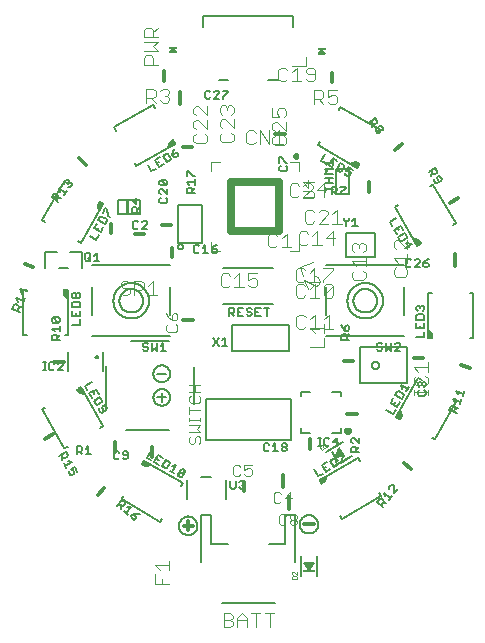
<source format=gbr>
G04 EAGLE Gerber RS-274X export*
G75*
%MOMM*%
%FSLAX34Y34*%
%LPD*%
%INSilkscreen Top*%
%IPPOS*%
%AMOC8*
5,1,8,0,0,1.08239X$1,22.5*%
G01*
%ADD10C,0.304800*%
%ADD11C,0.076200*%
%ADD12C,0.101600*%
%ADD13R,0.762000X0.127000*%
%ADD14C,0.203200*%
%ADD15C,0.152400*%
%ADD16C,0.127000*%
%ADD17R,0.200000X1.000000*%
%ADD18C,0.025400*%
%ADD19R,1.000000X0.200000*%
%ADD20C,0.406400*%
%ADD21C,0.100000*%
%ADD22C,0.300000*%
%ADD23C,0.700000*%

G36*
X156275Y-22213D02*
X156275Y-22213D01*
X156341Y-22211D01*
X156384Y-22193D01*
X156431Y-22185D01*
X156488Y-22151D01*
X156548Y-22126D01*
X156583Y-22095D01*
X156624Y-22070D01*
X156666Y-22019D01*
X156714Y-21975D01*
X156736Y-21933D01*
X156765Y-21896D01*
X156786Y-21834D01*
X156817Y-21775D01*
X156825Y-21721D01*
X156837Y-21684D01*
X156836Y-21644D01*
X156844Y-21590D01*
X156844Y-17780D01*
X156837Y-17738D01*
X156839Y-17696D01*
X156831Y-17673D01*
X156831Y-17654D01*
X156814Y-17614D01*
X156805Y-17559D01*
X156783Y-17523D01*
X156770Y-17482D01*
X156750Y-17455D01*
X156746Y-17446D01*
X156730Y-17428D01*
X156716Y-17409D01*
X156690Y-17366D01*
X156674Y-17353D01*
X156658Y-17332D01*
X152848Y-13522D01*
X152816Y-13499D01*
X152794Y-13475D01*
X152758Y-13456D01*
X152706Y-13415D01*
X152684Y-13407D01*
X152664Y-13393D01*
X152606Y-13378D01*
X152594Y-13372D01*
X152572Y-13369D01*
X152494Y-13343D01*
X152470Y-13343D01*
X152447Y-13338D01*
X152358Y-13347D01*
X152269Y-13349D01*
X152247Y-13358D01*
X152224Y-13361D01*
X152144Y-13400D01*
X152062Y-13434D01*
X152044Y-13450D01*
X152023Y-13460D01*
X151987Y-13498D01*
X151986Y-13499D01*
X151982Y-13503D01*
X151962Y-13525D01*
X151896Y-13585D01*
X151885Y-13606D01*
X151869Y-13623D01*
X151852Y-13664D01*
X151845Y-13673D01*
X151832Y-13709D01*
X151793Y-13785D01*
X151790Y-13811D01*
X151781Y-13830D01*
X151780Y-13864D01*
X151773Y-13885D01*
X151774Y-13917D01*
X151766Y-13970D01*
X151766Y-21590D01*
X151777Y-21655D01*
X151779Y-21721D01*
X151797Y-21764D01*
X151805Y-21811D01*
X151839Y-21868D01*
X151864Y-21928D01*
X151895Y-21963D01*
X151920Y-22004D01*
X151971Y-22046D01*
X152015Y-22094D01*
X152057Y-22116D01*
X152094Y-22145D01*
X152156Y-22166D01*
X152215Y-22197D01*
X152269Y-22205D01*
X152306Y-22217D01*
X152346Y-22216D01*
X152400Y-22224D01*
X156210Y-22224D01*
X156275Y-22213D01*
G37*
G36*
X92134Y121944D02*
X92134Y121944D01*
X92181Y121944D01*
X92243Y121968D01*
X92307Y121982D01*
X92347Y122007D01*
X92391Y122024D01*
X92440Y122068D01*
X92495Y122103D01*
X92530Y122146D01*
X92559Y122172D01*
X92578Y122207D01*
X92612Y122250D01*
X94517Y125550D01*
X94539Y125612D01*
X94571Y125669D01*
X94577Y125716D01*
X94593Y125761D01*
X94592Y125827D01*
X94602Y125892D01*
X94591Y125938D01*
X94591Y125985D01*
X94567Y126047D01*
X94553Y126111D01*
X94528Y126151D01*
X94511Y126195D01*
X94467Y126244D01*
X94432Y126299D01*
X94389Y126334D01*
X94363Y126363D01*
X94328Y126382D01*
X94285Y126416D01*
X90985Y128321D01*
X90945Y128335D01*
X90910Y128358D01*
X90841Y128373D01*
X90774Y128397D01*
X90732Y128397D01*
X90690Y128406D01*
X90600Y128395D01*
X90550Y128395D01*
X90530Y128387D01*
X90504Y128384D01*
X85300Y126990D01*
X85252Y126967D01*
X85251Y126967D01*
X85248Y126965D01*
X85219Y126952D01*
X85136Y126920D01*
X85118Y126904D01*
X85096Y126894D01*
X85034Y126831D01*
X84967Y126772D01*
X84956Y126751D01*
X84939Y126734D01*
X84903Y126653D01*
X84861Y126574D01*
X84858Y126551D01*
X84848Y126529D01*
X84842Y126440D01*
X84830Y126352D01*
X84835Y126329D01*
X84834Y126305D01*
X84851Y126248D01*
X84851Y126242D01*
X84857Y126227D01*
X84859Y126220D01*
X84878Y126133D01*
X84891Y126113D01*
X84898Y126090D01*
X84929Y126049D01*
X84935Y126034D01*
X84959Y126008D01*
X85000Y125945D01*
X85021Y125928D01*
X85033Y125911D01*
X85067Y125890D01*
X85087Y125869D01*
X85112Y125856D01*
X85147Y125828D01*
X91746Y122018D01*
X91808Y121996D01*
X91866Y121964D01*
X91912Y121958D01*
X91957Y121942D01*
X92023Y121943D01*
X92088Y121933D01*
X92134Y121944D01*
G37*
G36*
X62319Y-145538D02*
X62319Y-145538D01*
X62385Y-145535D01*
X62436Y-145515D01*
X62475Y-145507D01*
X62508Y-145486D01*
X62559Y-145466D01*
X65859Y-143561D01*
X65891Y-143534D01*
X65929Y-143514D01*
X65941Y-143501D01*
X65952Y-143494D01*
X65983Y-143456D01*
X66030Y-143416D01*
X66051Y-143379D01*
X66080Y-143348D01*
X66090Y-143325D01*
X66093Y-143320D01*
X66099Y-143304D01*
X66116Y-143265D01*
X66141Y-143221D01*
X66144Y-143200D01*
X66154Y-143176D01*
X67549Y-137971D01*
X67556Y-137883D01*
X67570Y-137795D01*
X67566Y-137771D01*
X67568Y-137748D01*
X67544Y-137662D01*
X67526Y-137575D01*
X67514Y-137555D01*
X67508Y-137532D01*
X67455Y-137460D01*
X67409Y-137384D01*
X67390Y-137369D01*
X67376Y-137350D01*
X67302Y-137301D01*
X67232Y-137246D01*
X67209Y-137239D01*
X67189Y-137226D01*
X67102Y-137205D01*
X67018Y-137178D01*
X66994Y-137179D01*
X66971Y-137174D01*
X66882Y-137185D01*
X66794Y-137189D01*
X66769Y-137199D01*
X66748Y-137201D01*
X66703Y-137225D01*
X66619Y-137258D01*
X60020Y-141068D01*
X59970Y-141110D01*
X59914Y-141145D01*
X59885Y-141182D01*
X59849Y-141213D01*
X59816Y-141270D01*
X59776Y-141322D01*
X59762Y-141367D01*
X59738Y-141408D01*
X59728Y-141473D01*
X59708Y-141536D01*
X59711Y-141583D01*
X59703Y-141630D01*
X59716Y-141694D01*
X59719Y-141760D01*
X59739Y-141811D01*
X59747Y-141850D01*
X59768Y-141883D01*
X59788Y-141934D01*
X61693Y-145234D01*
X61735Y-145284D01*
X61770Y-145340D01*
X61807Y-145369D01*
X61838Y-145405D01*
X61895Y-145438D01*
X61947Y-145478D01*
X61992Y-145492D01*
X62033Y-145516D01*
X62098Y-145526D01*
X62161Y-145546D01*
X62208Y-145543D01*
X62255Y-145551D01*
X62319Y-145538D01*
G37*
G36*
X142964Y55906D02*
X142964Y55906D01*
X143030Y55909D01*
X143081Y55929D01*
X143120Y55937D01*
X143153Y55958D01*
X143204Y55978D01*
X146504Y57883D01*
X146550Y57922D01*
X146597Y57949D01*
X146601Y57954D01*
X146610Y57960D01*
X146639Y57997D01*
X146675Y58028D01*
X146708Y58085D01*
X146726Y58108D01*
X146738Y58124D01*
X146739Y58125D01*
X146748Y58137D01*
X146762Y58182D01*
X146786Y58223D01*
X146796Y58288D01*
X146816Y58351D01*
X146813Y58398D01*
X146821Y58445D01*
X146808Y58509D01*
X146805Y58575D01*
X146785Y58626D01*
X146777Y58665D01*
X146756Y58698D01*
X146736Y58749D01*
X144831Y62049D01*
X144804Y62081D01*
X144784Y62119D01*
X144732Y62166D01*
X144686Y62220D01*
X144649Y62241D01*
X144618Y62270D01*
X144535Y62306D01*
X144491Y62331D01*
X144470Y62334D01*
X144446Y62344D01*
X139241Y63739D01*
X139153Y63746D01*
X139065Y63760D01*
X139041Y63756D01*
X139018Y63758D01*
X138932Y63734D01*
X138845Y63716D01*
X138825Y63704D01*
X138802Y63698D01*
X138730Y63645D01*
X138654Y63599D01*
X138639Y63580D01*
X138620Y63566D01*
X138571Y63492D01*
X138516Y63422D01*
X138509Y63399D01*
X138496Y63379D01*
X138475Y63292D01*
X138448Y63208D01*
X138449Y63184D01*
X138444Y63161D01*
X138455Y63072D01*
X138459Y62984D01*
X138469Y62959D01*
X138471Y62938D01*
X138495Y62893D01*
X138528Y62809D01*
X142338Y56210D01*
X142380Y56160D01*
X142415Y56104D01*
X142452Y56075D01*
X142483Y56039D01*
X142540Y56006D01*
X142592Y55966D01*
X142637Y55952D01*
X142678Y55928D01*
X142743Y55918D01*
X142806Y55898D01*
X142853Y55901D01*
X142900Y55893D01*
X142964Y55906D01*
G37*
G36*
X128478Y-90781D02*
X128478Y-90781D01*
X128525Y-90781D01*
X128587Y-90757D01*
X128651Y-90743D01*
X128691Y-90718D01*
X128735Y-90701D01*
X128784Y-90657D01*
X128839Y-90622D01*
X128874Y-90579D01*
X128903Y-90553D01*
X128922Y-90518D01*
X128956Y-90475D01*
X130861Y-87175D01*
X130875Y-87135D01*
X130898Y-87100D01*
X130913Y-87031D01*
X130937Y-86964D01*
X130937Y-86922D01*
X130946Y-86880D01*
X130935Y-86790D01*
X130935Y-86740D01*
X130927Y-86720D01*
X130924Y-86694D01*
X129530Y-81490D01*
X129492Y-81409D01*
X129460Y-81326D01*
X129444Y-81308D01*
X129434Y-81286D01*
X129371Y-81224D01*
X129312Y-81157D01*
X129291Y-81146D01*
X129274Y-81129D01*
X129193Y-81093D01*
X129114Y-81051D01*
X129091Y-81048D01*
X129069Y-81038D01*
X128980Y-81032D01*
X128892Y-81020D01*
X128869Y-81025D01*
X128845Y-81024D01*
X128760Y-81049D01*
X128673Y-81068D01*
X128653Y-81081D01*
X128630Y-81088D01*
X128559Y-81142D01*
X128485Y-81190D01*
X128468Y-81211D01*
X128451Y-81223D01*
X128424Y-81266D01*
X128368Y-81337D01*
X124558Y-87936D01*
X124536Y-87998D01*
X124504Y-88056D01*
X124498Y-88102D01*
X124482Y-88147D01*
X124483Y-88213D01*
X124473Y-88278D01*
X124484Y-88324D01*
X124484Y-88371D01*
X124508Y-88433D01*
X124522Y-88497D01*
X124547Y-88537D01*
X124564Y-88581D01*
X124574Y-88592D01*
X124575Y-88594D01*
X124597Y-88618D01*
X124608Y-88630D01*
X124643Y-88685D01*
X124686Y-88720D01*
X124712Y-88749D01*
X124722Y-88754D01*
X124726Y-88759D01*
X124754Y-88774D01*
X124790Y-88802D01*
X128090Y-90707D01*
X128152Y-90729D01*
X128209Y-90761D01*
X128256Y-90767D01*
X128301Y-90783D01*
X128367Y-90782D01*
X128432Y-90792D01*
X128478Y-90781D01*
G37*
G36*
X-86790Y-130935D02*
X-86790Y-130935D01*
X-86740Y-130935D01*
X-86720Y-130927D01*
X-86694Y-130924D01*
X-81490Y-129530D01*
X-81409Y-129492D01*
X-81326Y-129460D01*
X-81308Y-129444D01*
X-81286Y-129434D01*
X-81224Y-129371D01*
X-81157Y-129312D01*
X-81146Y-129291D01*
X-81129Y-129274D01*
X-81093Y-129193D01*
X-81051Y-129114D01*
X-81048Y-129091D01*
X-81038Y-129069D01*
X-81032Y-128980D01*
X-81020Y-128892D01*
X-81025Y-128869D01*
X-81024Y-128845D01*
X-81049Y-128760D01*
X-81068Y-128673D01*
X-81081Y-128653D01*
X-81088Y-128630D01*
X-81142Y-128559D01*
X-81190Y-128485D01*
X-81211Y-128468D01*
X-81223Y-128451D01*
X-81266Y-128424D01*
X-81337Y-128368D01*
X-87936Y-124558D01*
X-87998Y-124536D01*
X-88056Y-124504D01*
X-88102Y-124498D01*
X-88147Y-124482D01*
X-88213Y-124483D01*
X-88278Y-124473D01*
X-88324Y-124484D01*
X-88371Y-124484D01*
X-88433Y-124508D01*
X-88497Y-124522D01*
X-88537Y-124547D01*
X-88581Y-124564D01*
X-88630Y-124608D01*
X-88685Y-124643D01*
X-88720Y-124686D01*
X-88749Y-124712D01*
X-88768Y-124747D01*
X-88802Y-124790D01*
X-90707Y-128090D01*
X-90729Y-128152D01*
X-90761Y-128209D01*
X-90767Y-128256D01*
X-90783Y-128301D01*
X-90782Y-128367D01*
X-90792Y-128432D01*
X-90781Y-128478D01*
X-90781Y-128525D01*
X-90757Y-128587D01*
X-90743Y-128651D01*
X-90718Y-128691D01*
X-90701Y-128735D01*
X-90691Y-128746D01*
X-90690Y-128747D01*
X-90668Y-128772D01*
X-90657Y-128784D01*
X-90622Y-128839D01*
X-90579Y-128874D01*
X-90553Y-128903D01*
X-90543Y-128908D01*
X-90539Y-128913D01*
X-90511Y-128927D01*
X-90475Y-128956D01*
X-87175Y-130861D01*
X-87135Y-130875D01*
X-87100Y-130898D01*
X-87031Y-130913D01*
X-86964Y-130937D01*
X-86922Y-130937D01*
X-86880Y-130946D01*
X-86790Y-130935D01*
G37*
G36*
X-68152Y138455D02*
X-68152Y138455D01*
X-68064Y138459D01*
X-68039Y138469D01*
X-68018Y138471D01*
X-67973Y138495D01*
X-67889Y138528D01*
X-61290Y142338D01*
X-61244Y142377D01*
X-61201Y142402D01*
X-61198Y142406D01*
X-61184Y142415D01*
X-61155Y142452D01*
X-61119Y142483D01*
X-61086Y142540D01*
X-61046Y142592D01*
X-61032Y142637D01*
X-61008Y142678D01*
X-60998Y142743D01*
X-60978Y142806D01*
X-60981Y142853D01*
X-60973Y142900D01*
X-60986Y142964D01*
X-60989Y143030D01*
X-61009Y143081D01*
X-61017Y143120D01*
X-61038Y143153D01*
X-61058Y143204D01*
X-62963Y146504D01*
X-63005Y146554D01*
X-63040Y146610D01*
X-63077Y146639D01*
X-63108Y146675D01*
X-63165Y146708D01*
X-63217Y146748D01*
X-63262Y146762D01*
X-63303Y146786D01*
X-63368Y146796D01*
X-63431Y146816D01*
X-63478Y146813D01*
X-63525Y146821D01*
X-63589Y146808D01*
X-63655Y146805D01*
X-63706Y146785D01*
X-63745Y146777D01*
X-63778Y146756D01*
X-63829Y146736D01*
X-67129Y144831D01*
X-67161Y144804D01*
X-67199Y144784D01*
X-67246Y144732D01*
X-67300Y144686D01*
X-67321Y144649D01*
X-67350Y144618D01*
X-67386Y144535D01*
X-67411Y144491D01*
X-67414Y144470D01*
X-67424Y144446D01*
X-68819Y139241D01*
X-68826Y139153D01*
X-68840Y139065D01*
X-68836Y139041D01*
X-68838Y139018D01*
X-68814Y138932D01*
X-68796Y138845D01*
X-68784Y138825D01*
X-68778Y138802D01*
X-68725Y138730D01*
X-68679Y138654D01*
X-68660Y138639D01*
X-68646Y138620D01*
X-68572Y138571D01*
X-68502Y138516D01*
X-68479Y138509D01*
X-68459Y138496D01*
X-68372Y138475D01*
X-68288Y138448D01*
X-68264Y138449D01*
X-68241Y138444D01*
X-68152Y138455D01*
G37*
G36*
X-152358Y10807D02*
X-152358Y10807D01*
X-152269Y10809D01*
X-152247Y10818D01*
X-152224Y10821D01*
X-152144Y10860D01*
X-152062Y10894D01*
X-152044Y10910D01*
X-152023Y10920D01*
X-151962Y10985D01*
X-151896Y11045D01*
X-151885Y11066D01*
X-151869Y11083D01*
X-151834Y11165D01*
X-151793Y11245D01*
X-151790Y11271D01*
X-151781Y11290D01*
X-151779Y11340D01*
X-151766Y11430D01*
X-151766Y19050D01*
X-151777Y19115D01*
X-151779Y19181D01*
X-151797Y19224D01*
X-151805Y19271D01*
X-151839Y19328D01*
X-151864Y19388D01*
X-151895Y19423D01*
X-151920Y19464D01*
X-151971Y19506D01*
X-152015Y19554D01*
X-152057Y19576D01*
X-152094Y19605D01*
X-152156Y19626D01*
X-152215Y19657D01*
X-152269Y19665D01*
X-152306Y19677D01*
X-152346Y19676D01*
X-152400Y19684D01*
X-156210Y19684D01*
X-156275Y19673D01*
X-156341Y19671D01*
X-156384Y19653D01*
X-156431Y19645D01*
X-156488Y19611D01*
X-156548Y19586D01*
X-156583Y19555D01*
X-156624Y19530D01*
X-156666Y19479D01*
X-156714Y19435D01*
X-156736Y19393D01*
X-156765Y19356D01*
X-156786Y19294D01*
X-156817Y19235D01*
X-156825Y19181D01*
X-156837Y19144D01*
X-156837Y19135D01*
X-156836Y19103D01*
X-156844Y19050D01*
X-156844Y15240D01*
X-156837Y15198D01*
X-156839Y15156D01*
X-156827Y15118D01*
X-156826Y15105D01*
X-156815Y15078D01*
X-156805Y15019D01*
X-156783Y14983D01*
X-156770Y14942D01*
X-156748Y14913D01*
X-156742Y14897D01*
X-156715Y14868D01*
X-156690Y14826D01*
X-156674Y14813D01*
X-156658Y14792D01*
X-152848Y10982D01*
X-152775Y10931D01*
X-152706Y10875D01*
X-152684Y10867D01*
X-152664Y10853D01*
X-152578Y10831D01*
X-152494Y10803D01*
X-152470Y10803D01*
X-152447Y10798D01*
X-152358Y10807D01*
G37*
G36*
X-126329Y84835D02*
X-126329Y84835D01*
X-126305Y84834D01*
X-126220Y84859D01*
X-126133Y84878D01*
X-126113Y84891D01*
X-126090Y84898D01*
X-126019Y84952D01*
X-125945Y85000D01*
X-125928Y85021D01*
X-125911Y85033D01*
X-125884Y85076D01*
X-125828Y85147D01*
X-122018Y91746D01*
X-121996Y91808D01*
X-121964Y91866D01*
X-121958Y91912D01*
X-121942Y91957D01*
X-121943Y92023D01*
X-121933Y92088D01*
X-121944Y92134D01*
X-121944Y92181D01*
X-121968Y92243D01*
X-121982Y92307D01*
X-122007Y92347D01*
X-122024Y92391D01*
X-122068Y92440D01*
X-122103Y92495D01*
X-122146Y92530D01*
X-122172Y92559D01*
X-122207Y92578D01*
X-122250Y92612D01*
X-125550Y94517D01*
X-125612Y94539D01*
X-125669Y94571D01*
X-125716Y94577D01*
X-125761Y94593D01*
X-125827Y94592D01*
X-125892Y94602D01*
X-125938Y94591D01*
X-125985Y94591D01*
X-126047Y94567D01*
X-126111Y94553D01*
X-126151Y94528D01*
X-126195Y94511D01*
X-126244Y94467D01*
X-126299Y94432D01*
X-126334Y94389D01*
X-126363Y94363D01*
X-126382Y94328D01*
X-126416Y94285D01*
X-128321Y90985D01*
X-128335Y90945D01*
X-128358Y90910D01*
X-128373Y90841D01*
X-128397Y90774D01*
X-128397Y90732D01*
X-128406Y90690D01*
X-128395Y90600D01*
X-128395Y90550D01*
X-128387Y90530D01*
X-128384Y90504D01*
X-126990Y85300D01*
X-126952Y85219D01*
X-126920Y85136D01*
X-126904Y85118D01*
X-126894Y85096D01*
X-126831Y85034D01*
X-126772Y84967D01*
X-126751Y84956D01*
X-126734Y84939D01*
X-126653Y84903D01*
X-126574Y84861D01*
X-126551Y84858D01*
X-126529Y84848D01*
X-126440Y84842D01*
X-126352Y84830D01*
X-126329Y84835D01*
G37*
G36*
X-137771Y-70106D02*
X-137771Y-70106D01*
X-137748Y-70108D01*
X-137662Y-70084D01*
X-137575Y-70066D01*
X-137555Y-70054D01*
X-137532Y-70048D01*
X-137460Y-69995D01*
X-137384Y-69949D01*
X-137369Y-69930D01*
X-137350Y-69916D01*
X-137301Y-69842D01*
X-137246Y-69772D01*
X-137239Y-69749D01*
X-137226Y-69729D01*
X-137205Y-69642D01*
X-137178Y-69558D01*
X-137179Y-69534D01*
X-137174Y-69511D01*
X-137185Y-69422D01*
X-137189Y-69334D01*
X-137199Y-69309D01*
X-137201Y-69288D01*
X-137225Y-69243D01*
X-137258Y-69159D01*
X-141068Y-62560D01*
X-141110Y-62510D01*
X-141145Y-62454D01*
X-141182Y-62425D01*
X-141213Y-62389D01*
X-141270Y-62356D01*
X-141322Y-62316D01*
X-141367Y-62302D01*
X-141408Y-62278D01*
X-141473Y-62268D01*
X-141536Y-62248D01*
X-141583Y-62251D01*
X-141630Y-62243D01*
X-141694Y-62256D01*
X-141760Y-62259D01*
X-141811Y-62279D01*
X-141850Y-62287D01*
X-141883Y-62308D01*
X-141934Y-62328D01*
X-145234Y-64233D01*
X-145284Y-64275D01*
X-145340Y-64310D01*
X-145369Y-64347D01*
X-145405Y-64378D01*
X-145438Y-64435D01*
X-145478Y-64487D01*
X-145492Y-64532D01*
X-145516Y-64573D01*
X-145526Y-64638D01*
X-145546Y-64701D01*
X-145543Y-64748D01*
X-145551Y-64795D01*
X-145538Y-64859D01*
X-145535Y-64925D01*
X-145515Y-64976D01*
X-145507Y-65015D01*
X-145486Y-65048D01*
X-145466Y-65099D01*
X-143561Y-68399D01*
X-143534Y-68431D01*
X-143514Y-68469D01*
X-143462Y-68516D01*
X-143416Y-68570D01*
X-143379Y-68591D01*
X-143348Y-68620D01*
X-143265Y-68656D01*
X-143221Y-68681D01*
X-143200Y-68684D01*
X-143176Y-68694D01*
X-137971Y-70089D01*
X-137883Y-70096D01*
X-137795Y-70110D01*
X-137771Y-70106D01*
G37*
G36*
X51551Y-216635D02*
X51551Y-216635D01*
X51578Y-216635D01*
X51689Y-216603D01*
X51802Y-216577D01*
X51825Y-216564D01*
X51851Y-216556D01*
X51949Y-216494D01*
X52050Y-216438D01*
X52066Y-216420D01*
X52091Y-216405D01*
X52276Y-216197D01*
X52280Y-216193D01*
X54280Y-213193D01*
X54311Y-213129D01*
X54351Y-213069D01*
X54372Y-213001D01*
X54403Y-212937D01*
X54415Y-212866D01*
X54436Y-212798D01*
X54438Y-212727D01*
X54450Y-212657D01*
X54442Y-212585D01*
X54444Y-212514D01*
X54426Y-212445D01*
X54417Y-212374D01*
X54390Y-212308D01*
X54372Y-212239D01*
X54335Y-212178D01*
X54308Y-212112D01*
X54263Y-212056D01*
X54227Y-211994D01*
X54175Y-211945D01*
X54130Y-211890D01*
X54072Y-211849D01*
X54019Y-211800D01*
X53956Y-211767D01*
X53898Y-211726D01*
X53830Y-211703D01*
X53766Y-211670D01*
X53707Y-211660D01*
X53629Y-211633D01*
X53510Y-211627D01*
X53435Y-211615D01*
X49435Y-211615D01*
X49364Y-211625D01*
X49292Y-211625D01*
X49224Y-211645D01*
X49154Y-211655D01*
X49088Y-211684D01*
X49019Y-211704D01*
X48959Y-211742D01*
X48894Y-211771D01*
X48839Y-211817D01*
X48779Y-211855D01*
X48731Y-211909D01*
X48677Y-211955D01*
X48637Y-212014D01*
X48590Y-212068D01*
X48559Y-212132D01*
X48520Y-212191D01*
X48498Y-212260D01*
X48467Y-212324D01*
X48455Y-212394D01*
X48434Y-212462D01*
X48432Y-212534D01*
X48420Y-212605D01*
X48428Y-212675D01*
X48426Y-212746D01*
X48445Y-212816D01*
X48453Y-212887D01*
X48478Y-212942D01*
X48498Y-213021D01*
X48559Y-213124D01*
X48590Y-213193D01*
X50590Y-216193D01*
X50667Y-216280D01*
X50740Y-216370D01*
X50762Y-216385D01*
X50780Y-216405D01*
X50877Y-216467D01*
X50972Y-216534D01*
X50998Y-216542D01*
X51020Y-216557D01*
X51131Y-216589D01*
X51241Y-216627D01*
X51268Y-216628D01*
X51293Y-216635D01*
X51409Y-216635D01*
X51525Y-216641D01*
X51551Y-216635D01*
G37*
G36*
X79310Y-121383D02*
X79310Y-121383D01*
X79382Y-121387D01*
X79451Y-121372D01*
X79522Y-121367D01*
X79589Y-121342D01*
X79659Y-121326D01*
X79722Y-121292D01*
X79789Y-121267D01*
X79846Y-121225D01*
X79909Y-121190D01*
X79960Y-121140D01*
X80017Y-121098D01*
X80060Y-121041D01*
X80111Y-120991D01*
X80146Y-120928D01*
X80189Y-120872D01*
X80215Y-120805D01*
X80250Y-120743D01*
X80267Y-120673D01*
X80292Y-120607D01*
X80299Y-120536D01*
X80315Y-120466D01*
X80312Y-120395D01*
X80318Y-120324D01*
X80304Y-120254D01*
X80301Y-120182D01*
X80280Y-120125D01*
X80264Y-120045D01*
X80210Y-119938D01*
X80183Y-119867D01*
X78183Y-116403D01*
X78139Y-116347D01*
X78103Y-116285D01*
X78052Y-116236D01*
X78008Y-116179D01*
X77950Y-116137D01*
X77898Y-116088D01*
X77835Y-116055D01*
X77778Y-116013D01*
X77710Y-115989D01*
X77647Y-115955D01*
X77577Y-115941D01*
X77510Y-115917D01*
X77439Y-115912D01*
X77368Y-115898D01*
X77297Y-115903D01*
X77226Y-115899D01*
X77156Y-115914D01*
X77085Y-115920D01*
X77018Y-115945D01*
X76949Y-115960D01*
X76886Y-115994D01*
X76819Y-116019D01*
X76762Y-116062D01*
X76699Y-116096D01*
X76648Y-116146D01*
X76590Y-116189D01*
X76555Y-116238D01*
X76497Y-116295D01*
X76438Y-116400D01*
X76394Y-116461D01*
X74796Y-119693D01*
X74760Y-119803D01*
X74718Y-119911D01*
X74715Y-119938D01*
X74707Y-119963D01*
X74702Y-120079D01*
X74692Y-120194D01*
X74697Y-120220D01*
X74696Y-120247D01*
X74724Y-120360D01*
X74746Y-120473D01*
X74758Y-120497D01*
X74765Y-120523D01*
X74823Y-120623D01*
X74875Y-120727D01*
X74893Y-120746D01*
X74907Y-120769D01*
X74990Y-120849D01*
X75070Y-120934D01*
X75092Y-120948D01*
X75112Y-120966D01*
X75214Y-121020D01*
X75314Y-121079D01*
X75337Y-121085D01*
X75363Y-121099D01*
X75635Y-121155D01*
X75641Y-121156D01*
X79239Y-121388D01*
X79310Y-121383D01*
G37*
G36*
X-60931Y219716D02*
X-60931Y219716D01*
X-60901Y219713D01*
X-60810Y219735D01*
X-60717Y219751D01*
X-60691Y219764D01*
X-60662Y219771D01*
X-60583Y219822D01*
X-60500Y219866D01*
X-60479Y219887D01*
X-60454Y219903D01*
X-60395Y219976D01*
X-60331Y220044D01*
X-60318Y220071D01*
X-60299Y220094D01*
X-60266Y220182D01*
X-60227Y220267D01*
X-60224Y220297D01*
X-60213Y220324D01*
X-60210Y220418D01*
X-60200Y220511D01*
X-60206Y220541D01*
X-60205Y220570D01*
X-60232Y220660D01*
X-60252Y220752D01*
X-60267Y220777D01*
X-60276Y220806D01*
X-60366Y220948D01*
X-62906Y224123D01*
X-62983Y224192D01*
X-63056Y224265D01*
X-63074Y224274D01*
X-63088Y224287D01*
X-63184Y224329D01*
X-63276Y224375D01*
X-63296Y224377D01*
X-63314Y224385D01*
X-63417Y224394D01*
X-63520Y224408D01*
X-63539Y224404D01*
X-63559Y224406D01*
X-63660Y224381D01*
X-63762Y224362D01*
X-63779Y224352D01*
X-63798Y224348D01*
X-63886Y224292D01*
X-63976Y224241D01*
X-63993Y224224D01*
X-64006Y224216D01*
X-64026Y224191D01*
X-64094Y224123D01*
X-66634Y220948D01*
X-66649Y220922D01*
X-66670Y220900D01*
X-66709Y220815D01*
X-66755Y220733D01*
X-66761Y220704D01*
X-66773Y220677D01*
X-66783Y220584D01*
X-66801Y220492D01*
X-66797Y220462D01*
X-66800Y220433D01*
X-66780Y220341D01*
X-66768Y220248D01*
X-66754Y220221D01*
X-66748Y220192D01*
X-66700Y220112D01*
X-66658Y220028D01*
X-66637Y220007D01*
X-66622Y219981D01*
X-66550Y219920D01*
X-66484Y219854D01*
X-66458Y219841D01*
X-66435Y219821D01*
X-66348Y219786D01*
X-66264Y219744D01*
X-66234Y219740D01*
X-66207Y219729D01*
X-66040Y219711D01*
X-60960Y219711D01*
X-60931Y219716D01*
G37*
G36*
X64799Y218446D02*
X64799Y218446D01*
X64829Y218443D01*
X64920Y218465D01*
X65013Y218481D01*
X65039Y218494D01*
X65068Y218501D01*
X65147Y218552D01*
X65230Y218596D01*
X65251Y218617D01*
X65276Y218633D01*
X65335Y218706D01*
X65400Y218774D01*
X65412Y218801D01*
X65431Y218824D01*
X65464Y218912D01*
X65503Y218997D01*
X65506Y219027D01*
X65517Y219054D01*
X65520Y219148D01*
X65530Y219241D01*
X65524Y219271D01*
X65525Y219300D01*
X65498Y219390D01*
X65478Y219482D01*
X65463Y219507D01*
X65454Y219536D01*
X65364Y219678D01*
X62824Y222853D01*
X62747Y222922D01*
X62674Y222995D01*
X62657Y223004D01*
X62642Y223017D01*
X62546Y223059D01*
X62454Y223105D01*
X62434Y223107D01*
X62416Y223115D01*
X62313Y223124D01*
X62210Y223138D01*
X62191Y223134D01*
X62171Y223136D01*
X62070Y223111D01*
X61968Y223092D01*
X61951Y223082D01*
X61932Y223078D01*
X61845Y223022D01*
X61754Y222971D01*
X61737Y222954D01*
X61724Y222946D01*
X61704Y222921D01*
X61636Y222853D01*
X59096Y219678D01*
X59081Y219652D01*
X59061Y219630D01*
X59021Y219545D01*
X58975Y219463D01*
X58969Y219434D01*
X58957Y219407D01*
X58947Y219314D01*
X58929Y219222D01*
X58933Y219192D01*
X58930Y219163D01*
X58950Y219071D01*
X58963Y218978D01*
X58976Y218951D01*
X58982Y218922D01*
X59030Y218842D01*
X59072Y218758D01*
X59093Y218737D01*
X59108Y218711D01*
X59180Y218650D01*
X59246Y218584D01*
X59272Y218571D01*
X59295Y218551D01*
X59382Y218516D01*
X59466Y218474D01*
X59496Y218470D01*
X59523Y218459D01*
X59690Y218441D01*
X64770Y218441D01*
X64799Y218446D01*
G37*
D10*
X29845Y-147955D02*
X29845Y-137795D01*
D11*
X26219Y-151998D02*
X27786Y-153566D01*
X26219Y-151998D02*
X23083Y-151998D01*
X21516Y-153566D01*
X21516Y-159836D01*
X23083Y-161404D01*
X26219Y-161404D01*
X27786Y-159836D01*
X35574Y-161404D02*
X35574Y-151998D01*
X30871Y-156701D01*
X37142Y-156701D01*
D10*
X-70866Y196254D02*
X-70866Y204254D01*
D12*
X-86126Y189596D02*
X-86126Y177902D01*
X-86126Y189596D02*
X-80279Y189596D01*
X-78330Y187647D01*
X-78330Y183749D01*
X-80279Y181800D01*
X-86126Y181800D01*
X-82228Y181800D02*
X-78330Y177902D01*
X-74432Y187647D02*
X-72483Y189596D01*
X-68585Y189596D01*
X-66636Y187647D01*
X-66636Y185698D01*
X-68585Y183749D01*
X-70534Y183749D01*
X-68585Y183749D02*
X-66636Y181800D01*
X-66636Y179851D01*
X-68585Y177902D01*
X-72483Y177902D01*
X-74432Y179851D01*
D13*
X-63500Y224282D03*
D12*
X-76708Y210058D02*
X-88402Y210058D01*
X-88402Y215905D01*
X-86453Y217854D01*
X-82555Y217854D01*
X-80606Y215905D01*
X-80606Y210058D01*
X-76708Y221752D02*
X-88402Y221752D01*
X-80606Y225650D02*
X-76708Y221752D01*
X-80606Y225650D02*
X-76708Y229548D01*
X-88402Y229548D01*
X-88402Y233446D02*
X-76708Y233446D01*
X-88402Y233446D02*
X-88402Y239293D01*
X-86453Y241242D01*
X-82555Y241242D01*
X-80606Y239293D01*
X-80606Y233446D01*
X-80606Y237344D02*
X-76708Y241242D01*
D13*
X62230Y223012D03*
D12*
X49022Y208788D02*
X37328Y208788D01*
X49022Y208788D02*
X49022Y216584D01*
D14*
X21000Y7352D02*
X-21000Y7352D01*
X-21000Y37860D02*
X21000Y37860D01*
D15*
X-16339Y4070D02*
X-16339Y-2540D01*
X-16339Y4070D02*
X-13034Y4070D01*
X-11932Y2968D01*
X-11932Y765D01*
X-13034Y-337D01*
X-16339Y-337D01*
X-14136Y-337D02*
X-11932Y-2540D01*
X-8855Y4070D02*
X-4448Y4070D01*
X-8855Y4070D02*
X-8855Y-2540D01*
X-4448Y-2540D01*
X-6651Y765D02*
X-8855Y765D01*
X1934Y4070D02*
X3036Y2968D01*
X1934Y4070D02*
X-269Y4070D01*
X-1370Y2968D01*
X-1370Y1866D01*
X-269Y765D01*
X1934Y765D01*
X3036Y-337D01*
X3036Y-1438D01*
X1934Y-2540D01*
X-269Y-2540D01*
X-1370Y-1438D01*
X6114Y4070D02*
X10520Y4070D01*
X6114Y4070D02*
X6114Y-2540D01*
X10520Y-2540D01*
X8317Y765D02*
X6114Y765D01*
X15801Y-2540D02*
X15801Y4070D01*
X13598Y4070D02*
X18004Y4070D01*
D10*
X-46800Y-6350D02*
X-54800Y-6350D01*
D11*
X-67769Y-9698D02*
X-69337Y-11266D01*
X-69337Y-14401D01*
X-67769Y-15969D01*
X-61499Y-15969D01*
X-59931Y-14401D01*
X-59931Y-11266D01*
X-61499Y-9698D01*
X-67769Y-3478D02*
X-69337Y-343D01*
X-67769Y-3478D02*
X-64634Y-6614D01*
X-61499Y-6614D01*
X-59931Y-5046D01*
X-59931Y-1911D01*
X-61499Y-343D01*
X-63066Y-343D01*
X-64634Y-1911D01*
X-64634Y-6614D01*
D10*
X70993Y195187D02*
X70993Y203187D01*
D12*
X55733Y188529D02*
X55733Y176835D01*
X55733Y188529D02*
X61580Y188529D01*
X63529Y186580D01*
X63529Y182682D01*
X61580Y180733D01*
X55733Y180733D01*
X59631Y180733D02*
X63529Y176835D01*
X67427Y188529D02*
X75223Y188529D01*
X67427Y188529D02*
X67427Y182682D01*
X71325Y184631D01*
X73274Y184631D01*
X75223Y182682D01*
X75223Y178784D01*
X73274Y176835D01*
X69376Y176835D01*
X67427Y178784D01*
D16*
X25000Y197280D02*
X17000Y197280D01*
X-17000Y197280D02*
X-25000Y197280D01*
X38000Y242280D02*
X38000Y251280D01*
X-38000Y251280D01*
X-38000Y242280D01*
D12*
X4373Y154282D02*
X6322Y152333D01*
X4373Y154282D02*
X475Y154282D01*
X-1474Y152333D01*
X-1474Y144537D01*
X475Y142588D01*
X4373Y142588D01*
X6322Y144537D01*
X10220Y142588D02*
X10220Y154282D01*
X18016Y142588D01*
X18016Y154282D01*
X21914Y150384D02*
X25812Y154282D01*
X25812Y142588D01*
X21914Y142588D02*
X29710Y142588D01*
D14*
X22500Y-245900D02*
X-22500Y-245900D01*
X-40000Y-210900D02*
X-40000Y-170900D01*
X-31500Y-170900D01*
X-31500Y-195900D01*
X-17500Y-195900D01*
X17500Y-195900D02*
X31500Y-195900D01*
X31500Y-170900D01*
X40000Y-170900D01*
X40000Y-210900D01*
D12*
X-20868Y-254498D02*
X-20868Y-266192D01*
X-20868Y-254498D02*
X-15021Y-254498D01*
X-13072Y-256447D01*
X-13072Y-258396D01*
X-15021Y-260345D01*
X-13072Y-262294D01*
X-13072Y-264243D01*
X-15021Y-266192D01*
X-20868Y-266192D01*
X-20868Y-260345D02*
X-15021Y-260345D01*
X-9174Y-258396D02*
X-9174Y-266192D01*
X-9174Y-258396D02*
X-5276Y-254498D01*
X-1378Y-258396D01*
X-1378Y-266192D01*
X-1378Y-260345D02*
X-9174Y-260345D01*
X6418Y-266192D02*
X6418Y-254498D01*
X2520Y-254498D02*
X10316Y-254498D01*
X18112Y-254498D02*
X18112Y-266192D01*
X14214Y-254498D02*
X22010Y-254498D01*
D14*
X65512Y-117946D02*
X80632Y-109216D01*
X87632Y-121340D02*
X72512Y-130070D01*
X73974Y-121143D02*
X77170Y-114679D01*
X81170Y-121607D01*
X73974Y-121143D01*
D17*
G36*
X76474Y-125473D02*
X74741Y-126473D01*
X69742Y-117813D01*
X71475Y-116813D01*
X76474Y-125473D01*
G37*
D18*
X62092Y-116309D02*
X60186Y-113007D01*
X62092Y-116309D02*
X63743Y-115356D01*
X63976Y-114488D01*
X62705Y-112286D01*
X61837Y-112054D01*
X60186Y-113007D01*
X64062Y-112237D02*
X64527Y-110500D01*
X66434Y-113803D01*
X65333Y-114438D02*
X67534Y-113167D01*
D14*
X44435Y-205900D02*
X44435Y-223360D01*
X58435Y-223360D02*
X58435Y-205900D01*
X47435Y-211630D02*
X51435Y-217630D01*
X47435Y-211630D02*
X55435Y-211630D01*
X51435Y-217630D01*
D19*
X51435Y-218630D03*
D18*
X41308Y-225503D02*
X37495Y-225503D01*
X41308Y-225503D02*
X41308Y-223596D01*
X40672Y-222961D01*
X38130Y-222961D01*
X37495Y-223596D01*
X37495Y-225503D01*
X41308Y-221761D02*
X41308Y-219219D01*
X41308Y-221761D02*
X38766Y-219219D01*
X38130Y-219219D01*
X37495Y-219854D01*
X37495Y-221125D01*
X38130Y-221761D01*
D10*
X-3175Y-151320D02*
X-3175Y-143320D01*
D11*
X-6523Y-130351D02*
X-8091Y-128783D01*
X-11226Y-128783D01*
X-12794Y-130351D01*
X-12794Y-136621D01*
X-11226Y-138189D01*
X-8091Y-138189D01*
X-6523Y-136621D01*
X-3439Y-128783D02*
X2832Y-128783D01*
X-3439Y-128783D02*
X-3439Y-133486D01*
X-303Y-131918D01*
X1264Y-131918D01*
X2832Y-133486D01*
X2832Y-136621D01*
X1264Y-138189D01*
X-1871Y-138189D01*
X-3439Y-136621D01*
D10*
X34290Y-156210D02*
X34290Y-166370D01*
D11*
X30664Y-170413D02*
X32231Y-171981D01*
X30664Y-170413D02*
X27528Y-170413D01*
X25961Y-171981D01*
X25961Y-178251D01*
X27528Y-179819D01*
X30664Y-179819D01*
X32231Y-178251D01*
X35316Y-171981D02*
X36883Y-170413D01*
X40019Y-170413D01*
X41587Y-171981D01*
X41587Y-173548D01*
X40019Y-175116D01*
X41587Y-176684D01*
X41587Y-178251D01*
X40019Y-179819D01*
X36883Y-179819D01*
X35316Y-178251D01*
X35316Y-176684D01*
X36883Y-175116D01*
X35316Y-173548D01*
X35316Y-171981D01*
X36883Y-175116D02*
X40019Y-175116D01*
D16*
X36000Y-72670D02*
X-36000Y-72670D01*
X36000Y-72670D02*
X36000Y-107670D01*
X-36000Y-107670D01*
X-36000Y-72670D01*
D11*
X-48219Y-104518D02*
X-49787Y-106086D01*
X-49787Y-109221D01*
X-48219Y-110789D01*
X-46652Y-110789D01*
X-45084Y-109221D01*
X-45084Y-106086D01*
X-43516Y-104518D01*
X-41949Y-104518D01*
X-40381Y-106086D01*
X-40381Y-109221D01*
X-41949Y-110789D01*
X-40381Y-101434D02*
X-49787Y-101434D01*
X-43516Y-98298D02*
X-40381Y-101434D01*
X-43516Y-98298D02*
X-40381Y-95163D01*
X-49787Y-95163D01*
X-40381Y-92079D02*
X-40381Y-88943D01*
X-40381Y-90511D02*
X-49787Y-90511D01*
X-49787Y-92079D02*
X-49787Y-88943D01*
X-49787Y-82707D02*
X-40381Y-82707D01*
X-49787Y-85842D02*
X-49787Y-79571D01*
X-49787Y-71784D02*
X-48219Y-70216D01*
X-49787Y-71784D02*
X-49787Y-74919D01*
X-48219Y-76487D01*
X-41949Y-76487D01*
X-40381Y-74919D01*
X-40381Y-71784D01*
X-41949Y-70216D01*
X-40381Y-67131D02*
X-49787Y-67131D01*
X-45084Y-67131D02*
X-45084Y-60861D01*
X-49787Y-60861D02*
X-40381Y-60861D01*
D14*
X-66060Y-19840D02*
X-132060Y-19840D01*
X-132060Y40160D02*
X-66060Y40160D01*
X-66060Y22160D02*
X-66060Y-1840D01*
X-132060Y-1840D02*
X-132060Y22160D01*
X-114093Y10160D02*
X-114088Y10529D01*
X-114075Y10898D01*
X-114052Y11266D01*
X-114021Y11633D01*
X-113980Y12000D01*
X-113930Y12366D01*
X-113872Y12730D01*
X-113804Y13093D01*
X-113728Y13454D01*
X-113642Y13813D01*
X-113548Y14169D01*
X-113446Y14524D01*
X-113334Y14876D01*
X-113214Y15224D01*
X-113086Y15570D01*
X-112949Y15913D01*
X-112803Y16252D01*
X-112650Y16587D01*
X-112488Y16919D01*
X-112318Y17247D01*
X-112140Y17570D01*
X-111954Y17889D01*
X-111761Y18203D01*
X-111559Y18512D01*
X-111351Y18816D01*
X-111135Y19115D01*
X-110911Y19409D01*
X-110681Y19697D01*
X-110443Y19979D01*
X-110199Y20256D01*
X-109948Y20526D01*
X-109690Y20790D01*
X-109426Y21048D01*
X-109156Y21299D01*
X-108879Y21543D01*
X-108597Y21781D01*
X-108309Y22011D01*
X-108015Y22235D01*
X-107716Y22451D01*
X-107412Y22659D01*
X-107103Y22861D01*
X-106789Y23054D01*
X-106470Y23240D01*
X-106147Y23418D01*
X-105819Y23588D01*
X-105487Y23750D01*
X-105152Y23903D01*
X-104813Y24049D01*
X-104470Y24186D01*
X-104124Y24314D01*
X-103776Y24434D01*
X-103424Y24546D01*
X-103069Y24648D01*
X-102713Y24742D01*
X-102354Y24828D01*
X-101993Y24904D01*
X-101630Y24972D01*
X-101266Y25030D01*
X-100900Y25080D01*
X-100533Y25121D01*
X-100166Y25152D01*
X-99798Y25175D01*
X-99429Y25188D01*
X-99060Y25193D01*
X-98691Y25188D01*
X-98322Y25175D01*
X-97954Y25152D01*
X-97587Y25121D01*
X-97220Y25080D01*
X-96854Y25030D01*
X-96490Y24972D01*
X-96127Y24904D01*
X-95766Y24828D01*
X-95407Y24742D01*
X-95051Y24648D01*
X-94696Y24546D01*
X-94344Y24434D01*
X-93996Y24314D01*
X-93650Y24186D01*
X-93307Y24049D01*
X-92968Y23903D01*
X-92633Y23750D01*
X-92301Y23588D01*
X-91973Y23418D01*
X-91650Y23240D01*
X-91331Y23054D01*
X-91017Y22861D01*
X-90708Y22659D01*
X-90404Y22451D01*
X-90105Y22235D01*
X-89811Y22011D01*
X-89523Y21781D01*
X-89241Y21543D01*
X-88964Y21299D01*
X-88694Y21048D01*
X-88430Y20790D01*
X-88172Y20526D01*
X-87921Y20256D01*
X-87677Y19979D01*
X-87439Y19697D01*
X-87209Y19409D01*
X-86985Y19115D01*
X-86769Y18816D01*
X-86561Y18512D01*
X-86359Y18203D01*
X-86166Y17889D01*
X-85980Y17570D01*
X-85802Y17247D01*
X-85632Y16919D01*
X-85470Y16587D01*
X-85317Y16252D01*
X-85171Y15913D01*
X-85034Y15570D01*
X-84906Y15224D01*
X-84786Y14876D01*
X-84674Y14524D01*
X-84572Y14169D01*
X-84478Y13813D01*
X-84392Y13454D01*
X-84316Y13093D01*
X-84248Y12730D01*
X-84190Y12366D01*
X-84140Y12000D01*
X-84099Y11633D01*
X-84068Y11266D01*
X-84045Y10898D01*
X-84032Y10529D01*
X-84027Y10160D01*
X-84032Y9791D01*
X-84045Y9422D01*
X-84068Y9054D01*
X-84099Y8687D01*
X-84140Y8320D01*
X-84190Y7954D01*
X-84248Y7590D01*
X-84316Y7227D01*
X-84392Y6866D01*
X-84478Y6507D01*
X-84572Y6151D01*
X-84674Y5796D01*
X-84786Y5444D01*
X-84906Y5096D01*
X-85034Y4750D01*
X-85171Y4407D01*
X-85317Y4068D01*
X-85470Y3733D01*
X-85632Y3401D01*
X-85802Y3073D01*
X-85980Y2750D01*
X-86166Y2431D01*
X-86359Y2117D01*
X-86561Y1808D01*
X-86769Y1504D01*
X-86985Y1205D01*
X-87209Y911D01*
X-87439Y623D01*
X-87677Y341D01*
X-87921Y64D01*
X-88172Y-206D01*
X-88430Y-470D01*
X-88694Y-728D01*
X-88964Y-979D01*
X-89241Y-1223D01*
X-89523Y-1461D01*
X-89811Y-1691D01*
X-90105Y-1915D01*
X-90404Y-2131D01*
X-90708Y-2339D01*
X-91017Y-2541D01*
X-91331Y-2734D01*
X-91650Y-2920D01*
X-91973Y-3098D01*
X-92301Y-3268D01*
X-92633Y-3430D01*
X-92968Y-3583D01*
X-93307Y-3729D01*
X-93650Y-3866D01*
X-93996Y-3994D01*
X-94344Y-4114D01*
X-94696Y-4226D01*
X-95051Y-4328D01*
X-95407Y-4422D01*
X-95766Y-4508D01*
X-96127Y-4584D01*
X-96490Y-4652D01*
X-96854Y-4710D01*
X-97220Y-4760D01*
X-97587Y-4801D01*
X-97954Y-4832D01*
X-98322Y-4855D01*
X-98691Y-4868D01*
X-99060Y-4873D01*
X-99429Y-4868D01*
X-99798Y-4855D01*
X-100166Y-4832D01*
X-100533Y-4801D01*
X-100900Y-4760D01*
X-101266Y-4710D01*
X-101630Y-4652D01*
X-101993Y-4584D01*
X-102354Y-4508D01*
X-102713Y-4422D01*
X-103069Y-4328D01*
X-103424Y-4226D01*
X-103776Y-4114D01*
X-104124Y-3994D01*
X-104470Y-3866D01*
X-104813Y-3729D01*
X-105152Y-3583D01*
X-105487Y-3430D01*
X-105819Y-3268D01*
X-106147Y-3098D01*
X-106470Y-2920D01*
X-106789Y-2734D01*
X-107103Y-2541D01*
X-107412Y-2339D01*
X-107716Y-2131D01*
X-108015Y-1915D01*
X-108309Y-1691D01*
X-108597Y-1461D01*
X-108879Y-1223D01*
X-109156Y-979D01*
X-109426Y-728D01*
X-109690Y-470D01*
X-109948Y-206D01*
X-110199Y64D01*
X-110443Y341D01*
X-110681Y623D01*
X-110911Y911D01*
X-111135Y1205D01*
X-111351Y1504D01*
X-111559Y1808D01*
X-111761Y2117D01*
X-111954Y2431D01*
X-112140Y2750D01*
X-112318Y3073D01*
X-112488Y3401D01*
X-112650Y3733D01*
X-112803Y4068D01*
X-112949Y4407D01*
X-113086Y4750D01*
X-113214Y5096D01*
X-113334Y5444D01*
X-113446Y5796D01*
X-113548Y6151D01*
X-113642Y6507D01*
X-113728Y6866D01*
X-113804Y7227D01*
X-113872Y7590D01*
X-113930Y7954D01*
X-113980Y8320D01*
X-114021Y8687D01*
X-114052Y9054D01*
X-114075Y9422D01*
X-114088Y9791D01*
X-114093Y10160D01*
X-109060Y10160D02*
X-109057Y10405D01*
X-109048Y10651D01*
X-109033Y10896D01*
X-109012Y11140D01*
X-108985Y11384D01*
X-108952Y11627D01*
X-108913Y11870D01*
X-108868Y12111D01*
X-108817Y12351D01*
X-108760Y12590D01*
X-108698Y12827D01*
X-108629Y13063D01*
X-108555Y13297D01*
X-108475Y13529D01*
X-108390Y13759D01*
X-108299Y13987D01*
X-108202Y14212D01*
X-108100Y14436D01*
X-107992Y14656D01*
X-107879Y14874D01*
X-107761Y15089D01*
X-107637Y15301D01*
X-107509Y15510D01*
X-107375Y15716D01*
X-107236Y15918D01*
X-107092Y16117D01*
X-106943Y16312D01*
X-106790Y16504D01*
X-106632Y16692D01*
X-106470Y16876D01*
X-106302Y17055D01*
X-106131Y17231D01*
X-105955Y17402D01*
X-105776Y17570D01*
X-105592Y17732D01*
X-105404Y17890D01*
X-105212Y18043D01*
X-105017Y18192D01*
X-104818Y18336D01*
X-104616Y18475D01*
X-104410Y18609D01*
X-104201Y18737D01*
X-103989Y18861D01*
X-103774Y18979D01*
X-103556Y19092D01*
X-103336Y19200D01*
X-103112Y19302D01*
X-102887Y19399D01*
X-102659Y19490D01*
X-102429Y19575D01*
X-102197Y19655D01*
X-101963Y19729D01*
X-101727Y19798D01*
X-101490Y19860D01*
X-101251Y19917D01*
X-101011Y19968D01*
X-100770Y20013D01*
X-100527Y20052D01*
X-100284Y20085D01*
X-100040Y20112D01*
X-99796Y20133D01*
X-99551Y20148D01*
X-99305Y20157D01*
X-99060Y20160D01*
X-98815Y20157D01*
X-98569Y20148D01*
X-98324Y20133D01*
X-98080Y20112D01*
X-97836Y20085D01*
X-97593Y20052D01*
X-97350Y20013D01*
X-97109Y19968D01*
X-96869Y19917D01*
X-96630Y19860D01*
X-96393Y19798D01*
X-96157Y19729D01*
X-95923Y19655D01*
X-95691Y19575D01*
X-95461Y19490D01*
X-95233Y19399D01*
X-95008Y19302D01*
X-94784Y19200D01*
X-94564Y19092D01*
X-94346Y18979D01*
X-94131Y18861D01*
X-93919Y18737D01*
X-93710Y18609D01*
X-93504Y18475D01*
X-93302Y18336D01*
X-93103Y18192D01*
X-92908Y18043D01*
X-92716Y17890D01*
X-92528Y17732D01*
X-92344Y17570D01*
X-92165Y17402D01*
X-91989Y17231D01*
X-91818Y17055D01*
X-91650Y16876D01*
X-91488Y16692D01*
X-91330Y16504D01*
X-91177Y16312D01*
X-91028Y16117D01*
X-90884Y15918D01*
X-90745Y15716D01*
X-90611Y15510D01*
X-90483Y15301D01*
X-90359Y15089D01*
X-90241Y14874D01*
X-90128Y14656D01*
X-90020Y14436D01*
X-89918Y14212D01*
X-89821Y13987D01*
X-89730Y13759D01*
X-89645Y13529D01*
X-89565Y13297D01*
X-89491Y13063D01*
X-89422Y12827D01*
X-89360Y12590D01*
X-89303Y12351D01*
X-89252Y12111D01*
X-89207Y11870D01*
X-89168Y11627D01*
X-89135Y11384D01*
X-89108Y11140D01*
X-89087Y10896D01*
X-89072Y10651D01*
X-89063Y10405D01*
X-89060Y10160D01*
X-89063Y9915D01*
X-89072Y9669D01*
X-89087Y9424D01*
X-89108Y9180D01*
X-89135Y8936D01*
X-89168Y8693D01*
X-89207Y8450D01*
X-89252Y8209D01*
X-89303Y7969D01*
X-89360Y7730D01*
X-89422Y7493D01*
X-89491Y7257D01*
X-89565Y7023D01*
X-89645Y6791D01*
X-89730Y6561D01*
X-89821Y6333D01*
X-89918Y6108D01*
X-90020Y5884D01*
X-90128Y5664D01*
X-90241Y5446D01*
X-90359Y5231D01*
X-90483Y5019D01*
X-90611Y4810D01*
X-90745Y4604D01*
X-90884Y4402D01*
X-91028Y4203D01*
X-91177Y4008D01*
X-91330Y3816D01*
X-91488Y3628D01*
X-91650Y3444D01*
X-91818Y3265D01*
X-91989Y3089D01*
X-92165Y2918D01*
X-92344Y2750D01*
X-92528Y2588D01*
X-92716Y2430D01*
X-92908Y2277D01*
X-93103Y2128D01*
X-93302Y1984D01*
X-93504Y1845D01*
X-93710Y1711D01*
X-93919Y1583D01*
X-94131Y1459D01*
X-94346Y1341D01*
X-94564Y1228D01*
X-94784Y1120D01*
X-95008Y1018D01*
X-95233Y921D01*
X-95461Y830D01*
X-95691Y745D01*
X-95923Y665D01*
X-96157Y591D01*
X-96393Y522D01*
X-96630Y460D01*
X-96869Y403D01*
X-97109Y352D01*
X-97350Y307D01*
X-97593Y268D01*
X-97836Y235D01*
X-98080Y208D01*
X-98324Y187D01*
X-98569Y172D01*
X-98815Y163D01*
X-99060Y160D01*
X-99305Y163D01*
X-99551Y172D01*
X-99796Y187D01*
X-100040Y208D01*
X-100284Y235D01*
X-100527Y268D01*
X-100770Y307D01*
X-101011Y352D01*
X-101251Y403D01*
X-101490Y460D01*
X-101727Y522D01*
X-101963Y591D01*
X-102197Y665D01*
X-102429Y745D01*
X-102659Y830D01*
X-102887Y921D01*
X-103112Y1018D01*
X-103336Y1120D01*
X-103556Y1228D01*
X-103774Y1341D01*
X-103989Y1459D01*
X-104201Y1583D01*
X-104410Y1711D01*
X-104616Y1845D01*
X-104818Y1984D01*
X-105017Y2128D01*
X-105212Y2277D01*
X-105404Y2430D01*
X-105592Y2588D01*
X-105776Y2750D01*
X-105955Y2918D01*
X-106131Y3089D01*
X-106302Y3265D01*
X-106470Y3444D01*
X-106632Y3628D01*
X-106790Y3816D01*
X-106943Y4008D01*
X-107092Y4203D01*
X-107236Y4402D01*
X-107375Y4604D01*
X-107509Y4810D01*
X-107637Y5019D01*
X-107761Y5231D01*
X-107879Y5446D01*
X-107992Y5664D01*
X-108100Y5884D01*
X-108202Y6108D01*
X-108299Y6333D01*
X-108390Y6561D01*
X-108475Y6791D01*
X-108555Y7023D01*
X-108629Y7257D01*
X-108698Y7493D01*
X-108760Y7730D01*
X-108817Y7969D01*
X-108868Y8209D01*
X-108913Y8450D01*
X-108952Y8693D01*
X-108985Y8936D01*
X-109012Y9180D01*
X-109033Y9424D01*
X-109048Y9669D01*
X-109057Y9915D01*
X-109060Y10160D01*
D15*
X-85696Y-25596D02*
X-84594Y-26698D01*
X-85696Y-25596D02*
X-87899Y-25596D01*
X-89000Y-26698D01*
X-89000Y-27800D01*
X-87899Y-28901D01*
X-85696Y-28901D01*
X-84594Y-30003D01*
X-84594Y-31104D01*
X-85696Y-32206D01*
X-87899Y-32206D01*
X-89000Y-31104D01*
X-81516Y-32206D02*
X-81516Y-25596D01*
X-79313Y-30003D02*
X-81516Y-32206D01*
X-79313Y-30003D02*
X-77110Y-32206D01*
X-77110Y-25596D01*
X-74032Y-27800D02*
X-71829Y-25596D01*
X-71829Y-32206D01*
X-74032Y-32206D02*
X-69626Y-32206D01*
D14*
X66060Y-19840D02*
X132060Y-19840D01*
X132060Y40160D02*
X66060Y40160D01*
X132060Y22160D02*
X132060Y-1840D01*
X66060Y-1840D02*
X66060Y22160D01*
X84027Y10160D02*
X84032Y10529D01*
X84045Y10898D01*
X84068Y11266D01*
X84099Y11633D01*
X84140Y12000D01*
X84190Y12366D01*
X84248Y12730D01*
X84316Y13093D01*
X84392Y13454D01*
X84478Y13813D01*
X84572Y14169D01*
X84674Y14524D01*
X84786Y14876D01*
X84906Y15224D01*
X85034Y15570D01*
X85171Y15913D01*
X85317Y16252D01*
X85470Y16587D01*
X85632Y16919D01*
X85802Y17247D01*
X85980Y17570D01*
X86166Y17889D01*
X86359Y18203D01*
X86561Y18512D01*
X86769Y18816D01*
X86985Y19115D01*
X87209Y19409D01*
X87439Y19697D01*
X87677Y19979D01*
X87921Y20256D01*
X88172Y20526D01*
X88430Y20790D01*
X88694Y21048D01*
X88964Y21299D01*
X89241Y21543D01*
X89523Y21781D01*
X89811Y22011D01*
X90105Y22235D01*
X90404Y22451D01*
X90708Y22659D01*
X91017Y22861D01*
X91331Y23054D01*
X91650Y23240D01*
X91973Y23418D01*
X92301Y23588D01*
X92633Y23750D01*
X92968Y23903D01*
X93307Y24049D01*
X93650Y24186D01*
X93996Y24314D01*
X94344Y24434D01*
X94696Y24546D01*
X95051Y24648D01*
X95407Y24742D01*
X95766Y24828D01*
X96127Y24904D01*
X96490Y24972D01*
X96854Y25030D01*
X97220Y25080D01*
X97587Y25121D01*
X97954Y25152D01*
X98322Y25175D01*
X98691Y25188D01*
X99060Y25193D01*
X99429Y25188D01*
X99798Y25175D01*
X100166Y25152D01*
X100533Y25121D01*
X100900Y25080D01*
X101266Y25030D01*
X101630Y24972D01*
X101993Y24904D01*
X102354Y24828D01*
X102713Y24742D01*
X103069Y24648D01*
X103424Y24546D01*
X103776Y24434D01*
X104124Y24314D01*
X104470Y24186D01*
X104813Y24049D01*
X105152Y23903D01*
X105487Y23750D01*
X105819Y23588D01*
X106147Y23418D01*
X106470Y23240D01*
X106789Y23054D01*
X107103Y22861D01*
X107412Y22659D01*
X107716Y22451D01*
X108015Y22235D01*
X108309Y22011D01*
X108597Y21781D01*
X108879Y21543D01*
X109156Y21299D01*
X109426Y21048D01*
X109690Y20790D01*
X109948Y20526D01*
X110199Y20256D01*
X110443Y19979D01*
X110681Y19697D01*
X110911Y19409D01*
X111135Y19115D01*
X111351Y18816D01*
X111559Y18512D01*
X111761Y18203D01*
X111954Y17889D01*
X112140Y17570D01*
X112318Y17247D01*
X112488Y16919D01*
X112650Y16587D01*
X112803Y16252D01*
X112949Y15913D01*
X113086Y15570D01*
X113214Y15224D01*
X113334Y14876D01*
X113446Y14524D01*
X113548Y14169D01*
X113642Y13813D01*
X113728Y13454D01*
X113804Y13093D01*
X113872Y12730D01*
X113930Y12366D01*
X113980Y12000D01*
X114021Y11633D01*
X114052Y11266D01*
X114075Y10898D01*
X114088Y10529D01*
X114093Y10160D01*
X114088Y9791D01*
X114075Y9422D01*
X114052Y9054D01*
X114021Y8687D01*
X113980Y8320D01*
X113930Y7954D01*
X113872Y7590D01*
X113804Y7227D01*
X113728Y6866D01*
X113642Y6507D01*
X113548Y6151D01*
X113446Y5796D01*
X113334Y5444D01*
X113214Y5096D01*
X113086Y4750D01*
X112949Y4407D01*
X112803Y4068D01*
X112650Y3733D01*
X112488Y3401D01*
X112318Y3073D01*
X112140Y2750D01*
X111954Y2431D01*
X111761Y2117D01*
X111559Y1808D01*
X111351Y1504D01*
X111135Y1205D01*
X110911Y911D01*
X110681Y623D01*
X110443Y341D01*
X110199Y64D01*
X109948Y-206D01*
X109690Y-470D01*
X109426Y-728D01*
X109156Y-979D01*
X108879Y-1223D01*
X108597Y-1461D01*
X108309Y-1691D01*
X108015Y-1915D01*
X107716Y-2131D01*
X107412Y-2339D01*
X107103Y-2541D01*
X106789Y-2734D01*
X106470Y-2920D01*
X106147Y-3098D01*
X105819Y-3268D01*
X105487Y-3430D01*
X105152Y-3583D01*
X104813Y-3729D01*
X104470Y-3866D01*
X104124Y-3994D01*
X103776Y-4114D01*
X103424Y-4226D01*
X103069Y-4328D01*
X102713Y-4422D01*
X102354Y-4508D01*
X101993Y-4584D01*
X101630Y-4652D01*
X101266Y-4710D01*
X100900Y-4760D01*
X100533Y-4801D01*
X100166Y-4832D01*
X99798Y-4855D01*
X99429Y-4868D01*
X99060Y-4873D01*
X98691Y-4868D01*
X98322Y-4855D01*
X97954Y-4832D01*
X97587Y-4801D01*
X97220Y-4760D01*
X96854Y-4710D01*
X96490Y-4652D01*
X96127Y-4584D01*
X95766Y-4508D01*
X95407Y-4422D01*
X95051Y-4328D01*
X94696Y-4226D01*
X94344Y-4114D01*
X93996Y-3994D01*
X93650Y-3866D01*
X93307Y-3729D01*
X92968Y-3583D01*
X92633Y-3430D01*
X92301Y-3268D01*
X91973Y-3098D01*
X91650Y-2920D01*
X91331Y-2734D01*
X91017Y-2541D01*
X90708Y-2339D01*
X90404Y-2131D01*
X90105Y-1915D01*
X89811Y-1691D01*
X89523Y-1461D01*
X89241Y-1223D01*
X88964Y-979D01*
X88694Y-728D01*
X88430Y-470D01*
X88172Y-206D01*
X87921Y64D01*
X87677Y341D01*
X87439Y623D01*
X87209Y911D01*
X86985Y1205D01*
X86769Y1504D01*
X86561Y1808D01*
X86359Y2117D01*
X86166Y2431D01*
X85980Y2750D01*
X85802Y3073D01*
X85632Y3401D01*
X85470Y3733D01*
X85317Y4068D01*
X85171Y4407D01*
X85034Y4750D01*
X84906Y5096D01*
X84786Y5444D01*
X84674Y5796D01*
X84572Y6151D01*
X84478Y6507D01*
X84392Y6866D01*
X84316Y7227D01*
X84248Y7590D01*
X84190Y7954D01*
X84140Y8320D01*
X84099Y8687D01*
X84068Y9054D01*
X84045Y9422D01*
X84032Y9791D01*
X84027Y10160D01*
X89060Y10160D02*
X89063Y10405D01*
X89072Y10651D01*
X89087Y10896D01*
X89108Y11140D01*
X89135Y11384D01*
X89168Y11627D01*
X89207Y11870D01*
X89252Y12111D01*
X89303Y12351D01*
X89360Y12590D01*
X89422Y12827D01*
X89491Y13063D01*
X89565Y13297D01*
X89645Y13529D01*
X89730Y13759D01*
X89821Y13987D01*
X89918Y14212D01*
X90020Y14436D01*
X90128Y14656D01*
X90241Y14874D01*
X90359Y15089D01*
X90483Y15301D01*
X90611Y15510D01*
X90745Y15716D01*
X90884Y15918D01*
X91028Y16117D01*
X91177Y16312D01*
X91330Y16504D01*
X91488Y16692D01*
X91650Y16876D01*
X91818Y17055D01*
X91989Y17231D01*
X92165Y17402D01*
X92344Y17570D01*
X92528Y17732D01*
X92716Y17890D01*
X92908Y18043D01*
X93103Y18192D01*
X93302Y18336D01*
X93504Y18475D01*
X93710Y18609D01*
X93919Y18737D01*
X94131Y18861D01*
X94346Y18979D01*
X94564Y19092D01*
X94784Y19200D01*
X95008Y19302D01*
X95233Y19399D01*
X95461Y19490D01*
X95691Y19575D01*
X95923Y19655D01*
X96157Y19729D01*
X96393Y19798D01*
X96630Y19860D01*
X96869Y19917D01*
X97109Y19968D01*
X97350Y20013D01*
X97593Y20052D01*
X97836Y20085D01*
X98080Y20112D01*
X98324Y20133D01*
X98569Y20148D01*
X98815Y20157D01*
X99060Y20160D01*
X99305Y20157D01*
X99551Y20148D01*
X99796Y20133D01*
X100040Y20112D01*
X100284Y20085D01*
X100527Y20052D01*
X100770Y20013D01*
X101011Y19968D01*
X101251Y19917D01*
X101490Y19860D01*
X101727Y19798D01*
X101963Y19729D01*
X102197Y19655D01*
X102429Y19575D01*
X102659Y19490D01*
X102887Y19399D01*
X103112Y19302D01*
X103336Y19200D01*
X103556Y19092D01*
X103774Y18979D01*
X103989Y18861D01*
X104201Y18737D01*
X104410Y18609D01*
X104616Y18475D01*
X104818Y18336D01*
X105017Y18192D01*
X105212Y18043D01*
X105404Y17890D01*
X105592Y17732D01*
X105776Y17570D01*
X105955Y17402D01*
X106131Y17231D01*
X106302Y17055D01*
X106470Y16876D01*
X106632Y16692D01*
X106790Y16504D01*
X106943Y16312D01*
X107092Y16117D01*
X107236Y15918D01*
X107375Y15716D01*
X107509Y15510D01*
X107637Y15301D01*
X107761Y15089D01*
X107879Y14874D01*
X107992Y14656D01*
X108100Y14436D01*
X108202Y14212D01*
X108299Y13987D01*
X108390Y13759D01*
X108475Y13529D01*
X108555Y13297D01*
X108629Y13063D01*
X108698Y12827D01*
X108760Y12590D01*
X108817Y12351D01*
X108868Y12111D01*
X108913Y11870D01*
X108952Y11627D01*
X108985Y11384D01*
X109012Y11140D01*
X109033Y10896D01*
X109048Y10651D01*
X109057Y10405D01*
X109060Y10160D01*
X109057Y9915D01*
X109048Y9669D01*
X109033Y9424D01*
X109012Y9180D01*
X108985Y8936D01*
X108952Y8693D01*
X108913Y8450D01*
X108868Y8209D01*
X108817Y7969D01*
X108760Y7730D01*
X108698Y7493D01*
X108629Y7257D01*
X108555Y7023D01*
X108475Y6791D01*
X108390Y6561D01*
X108299Y6333D01*
X108202Y6108D01*
X108100Y5884D01*
X107992Y5664D01*
X107879Y5446D01*
X107761Y5231D01*
X107637Y5019D01*
X107509Y4810D01*
X107375Y4604D01*
X107236Y4402D01*
X107092Y4203D01*
X106943Y4008D01*
X106790Y3816D01*
X106632Y3628D01*
X106470Y3444D01*
X106302Y3265D01*
X106131Y3089D01*
X105955Y2918D01*
X105776Y2750D01*
X105592Y2588D01*
X105404Y2430D01*
X105212Y2277D01*
X105017Y2128D01*
X104818Y1984D01*
X104616Y1845D01*
X104410Y1711D01*
X104201Y1583D01*
X103989Y1459D01*
X103774Y1341D01*
X103556Y1228D01*
X103336Y1120D01*
X103112Y1018D01*
X102887Y921D01*
X102659Y830D01*
X102429Y745D01*
X102197Y665D01*
X101963Y591D01*
X101727Y522D01*
X101490Y460D01*
X101251Y403D01*
X101011Y352D01*
X100770Y307D01*
X100527Y268D01*
X100284Y235D01*
X100040Y208D01*
X99796Y187D01*
X99551Y172D01*
X99305Y163D01*
X99060Y160D01*
X98815Y163D01*
X98569Y172D01*
X98324Y187D01*
X98080Y208D01*
X97836Y235D01*
X97593Y268D01*
X97350Y307D01*
X97109Y352D01*
X96869Y403D01*
X96630Y460D01*
X96393Y522D01*
X96157Y591D01*
X95923Y665D01*
X95691Y745D01*
X95461Y830D01*
X95233Y921D01*
X95008Y1018D01*
X94784Y1120D01*
X94564Y1228D01*
X94346Y1341D01*
X94131Y1459D01*
X93919Y1583D01*
X93710Y1711D01*
X93504Y1845D01*
X93302Y1984D01*
X93103Y2128D01*
X92908Y2277D01*
X92716Y2430D01*
X92528Y2588D01*
X92344Y2750D01*
X92165Y2918D01*
X91989Y3089D01*
X91818Y3265D01*
X91650Y3444D01*
X91488Y3628D01*
X91330Y3816D01*
X91177Y4008D01*
X91028Y4203D01*
X90884Y4402D01*
X90745Y4604D01*
X90611Y4810D01*
X90483Y5019D01*
X90359Y5231D01*
X90241Y5446D01*
X90128Y5664D01*
X90020Y5884D01*
X89918Y6108D01*
X89821Y6333D01*
X89730Y6561D01*
X89645Y6791D01*
X89565Y7023D01*
X89491Y7257D01*
X89422Y7493D01*
X89360Y7730D01*
X89303Y7969D01*
X89252Y8209D01*
X89207Y8450D01*
X89168Y8693D01*
X89135Y8936D01*
X89108Y9180D01*
X89087Y9424D01*
X89072Y9669D01*
X89063Y9915D01*
X89060Y10160D01*
D15*
X112424Y-25596D02*
X113526Y-26698D01*
X112424Y-25596D02*
X110221Y-25596D01*
X109120Y-26698D01*
X109120Y-27800D01*
X110221Y-28901D01*
X112424Y-28901D01*
X113526Y-30003D01*
X113526Y-31104D01*
X112424Y-32206D01*
X110221Y-32206D01*
X109120Y-31104D01*
X116604Y-32206D02*
X116604Y-25596D01*
X118807Y-30003D02*
X116604Y-32206D01*
X118807Y-30003D02*
X121010Y-32206D01*
X121010Y-25596D01*
X124088Y-32206D02*
X128494Y-32206D01*
X124088Y-32206D02*
X128494Y-27800D01*
X128494Y-26698D01*
X127393Y-25596D01*
X125189Y-25596D01*
X124088Y-26698D01*
D16*
X125176Y-88234D02*
X127774Y-89734D01*
X125176Y-88234D02*
X144176Y-55326D01*
X146774Y-56826D01*
X155486Y-105734D02*
X158084Y-107234D01*
X177084Y-74326D01*
X174486Y-72826D01*
D15*
X122629Y-85942D02*
X116904Y-82637D01*
X122629Y-85942D02*
X124832Y-82126D01*
X120647Y-76156D02*
X122850Y-72339D01*
X120647Y-76156D02*
X126371Y-79460D01*
X128574Y-75644D01*
X124610Y-75900D02*
X123509Y-77808D01*
X124389Y-69674D02*
X130113Y-72979D01*
X131765Y-70117D01*
X131362Y-68612D01*
X127546Y-66409D01*
X126041Y-66812D01*
X124389Y-69674D01*
X130039Y-64294D02*
X129232Y-61285D01*
X134956Y-64589D01*
X133855Y-66497D02*
X136058Y-62681D01*
D16*
X60406Y-141636D02*
X61906Y-144234D01*
X60406Y-141636D02*
X93314Y-122636D01*
X94814Y-125234D01*
X77906Y-171946D02*
X79406Y-174544D01*
X112314Y-155544D01*
X110814Y-152946D01*
D15*
X59346Y-138377D02*
X56041Y-132652D01*
X59346Y-138377D02*
X63162Y-136173D01*
X62523Y-128910D02*
X66339Y-126707D01*
X62523Y-128910D02*
X65828Y-134634D01*
X69644Y-132431D01*
X66083Y-130671D02*
X64175Y-131772D01*
X69004Y-125168D02*
X72309Y-130892D01*
X75171Y-129240D01*
X75574Y-127735D01*
X73371Y-123919D01*
X71866Y-123516D01*
X69004Y-125168D01*
X78791Y-127150D02*
X82607Y-124947D01*
X78791Y-127150D02*
X80403Y-121131D01*
X79853Y-120177D01*
X78348Y-119774D01*
X76440Y-120875D01*
X76036Y-122380D01*
D16*
X152450Y-21540D02*
X155450Y-21540D01*
X152450Y-21540D02*
X152450Y16460D01*
X155450Y16460D01*
X187450Y-21540D02*
X190450Y-21540D01*
X190450Y16460D01*
X187450Y16460D01*
D15*
X149098Y-20828D02*
X142488Y-20828D01*
X149098Y-20828D02*
X149098Y-16422D01*
X142488Y-13344D02*
X142488Y-8937D01*
X142488Y-13344D02*
X149098Y-13344D01*
X149098Y-8937D01*
X145793Y-11141D02*
X145793Y-13344D01*
X142488Y-5860D02*
X149098Y-5860D01*
X149098Y-2555D01*
X147996Y-1453D01*
X143590Y-1453D01*
X142488Y-2555D01*
X142488Y-5860D01*
X143590Y1624D02*
X142488Y2726D01*
X142488Y4929D01*
X143590Y6031D01*
X144692Y6031D01*
X145793Y4929D01*
X145793Y3828D01*
X145793Y4929D02*
X146895Y6031D01*
X147996Y6031D01*
X149098Y4929D01*
X149098Y2726D01*
X147996Y1624D01*
D16*
X142906Y56596D02*
X145504Y58096D01*
X142906Y56596D02*
X123906Y89504D01*
X126504Y91004D01*
X173216Y74096D02*
X175814Y75596D01*
X156814Y108504D01*
X154216Y107004D01*
D15*
X125445Y80145D02*
X119721Y76840D01*
X121924Y73024D01*
X129187Y73663D02*
X131390Y69847D01*
X129187Y73663D02*
X123463Y70359D01*
X125666Y66543D01*
X127427Y70103D02*
X126325Y72011D01*
X132929Y67182D02*
X127205Y63877D01*
X128858Y61015D01*
X130362Y60612D01*
X134178Y62815D01*
X134582Y64320D01*
X132929Y67182D01*
X138324Y57838D02*
X132600Y54534D01*
X133809Y59048D02*
X138324Y57838D01*
X136012Y55232D02*
X133809Y59048D01*
D16*
X92044Y122636D02*
X93544Y125234D01*
X92044Y122636D02*
X59136Y141636D01*
X60636Y144234D01*
X109544Y152946D02*
X111044Y155544D01*
X78136Y174544D01*
X76636Y171946D01*
D15*
X65149Y134300D02*
X61844Y128576D01*
X65660Y126372D01*
X71630Y130558D02*
X75446Y128354D01*
X71630Y130558D02*
X68325Y124834D01*
X72141Y122630D01*
X71886Y126594D02*
X69978Y127696D01*
X78112Y126816D02*
X74807Y121091D01*
X77669Y119439D01*
X79174Y119842D01*
X81377Y123658D01*
X80974Y125163D01*
X78112Y126816D01*
X84593Y123073D02*
X88409Y120870D01*
X84593Y123073D02*
X82941Y120211D01*
X85399Y120064D01*
X86353Y119513D01*
X86757Y118008D01*
X85655Y116100D01*
X84150Y115697D01*
X82242Y116799D01*
X81839Y118303D01*
D16*
X-61676Y142906D02*
X-63176Y145504D01*
X-61676Y142906D02*
X-94584Y123906D01*
X-96084Y126504D01*
X-79176Y173216D02*
X-80676Y175814D01*
X-113584Y156814D01*
X-112084Y154216D01*
D15*
X-85225Y125445D02*
X-81920Y119721D01*
X-78104Y121924D01*
X-78743Y129187D02*
X-74927Y131390D01*
X-78743Y129187D02*
X-75439Y123463D01*
X-71623Y125666D01*
X-75183Y127427D02*
X-77091Y126325D01*
X-72262Y132929D02*
X-68957Y127205D01*
X-66095Y128858D01*
X-65692Y130362D01*
X-67895Y134178D01*
X-69400Y134582D01*
X-72262Y132929D01*
X-63322Y136819D02*
X-61964Y138875D01*
X-63322Y136819D02*
X-64128Y133809D01*
X-63026Y131901D01*
X-61522Y131498D01*
X-59614Y132600D01*
X-59210Y134104D01*
X-59761Y135058D01*
X-61266Y135462D01*
X-64128Y133809D01*
D16*
X-122636Y92044D02*
X-125234Y93544D01*
X-122636Y92044D02*
X-141636Y59136D01*
X-144234Y60636D01*
X-152946Y109544D02*
X-155544Y111044D01*
X-174544Y78136D01*
X-171946Y76636D01*
D15*
X-134300Y65149D02*
X-128576Y61844D01*
X-126372Y65660D01*
X-130558Y71630D02*
X-128354Y75446D01*
X-130558Y71630D02*
X-124834Y68325D01*
X-122630Y72141D01*
X-126594Y71886D02*
X-127696Y69978D01*
X-126816Y78112D02*
X-121091Y74807D01*
X-119439Y77669D01*
X-119842Y79174D01*
X-123658Y81377D01*
X-125163Y80974D01*
X-126816Y78112D01*
X-123073Y84593D02*
X-120870Y88409D01*
X-119916Y87858D01*
X-118303Y81839D01*
X-117349Y81288D01*
D16*
X-152450Y19000D02*
X-155450Y19000D01*
X-152450Y19000D02*
X-152450Y-19000D01*
X-155450Y-19000D01*
X-187450Y19000D02*
X-190450Y19000D01*
X-190450Y-19000D01*
X-187450Y-19000D01*
D15*
X-149104Y-10125D02*
X-142494Y-10125D01*
X-142494Y-5718D01*
X-149104Y-2640D02*
X-149104Y1766D01*
X-149104Y-2640D02*
X-142494Y-2640D01*
X-142494Y1766D01*
X-145799Y-437D02*
X-145799Y-2640D01*
X-149104Y4844D02*
X-142494Y4844D01*
X-142494Y8149D01*
X-143596Y9250D01*
X-148002Y9250D01*
X-149104Y8149D01*
X-149104Y4844D01*
X-148002Y12328D02*
X-149104Y13429D01*
X-149104Y15633D01*
X-148002Y16734D01*
X-146900Y16734D01*
X-145799Y15633D01*
X-144697Y16734D01*
X-143596Y16734D01*
X-142494Y15633D01*
X-142494Y13429D01*
X-143596Y12328D01*
X-144697Y12328D01*
X-145799Y13429D01*
X-146900Y12328D01*
X-148002Y12328D01*
X-145799Y13429D02*
X-145799Y15633D01*
D16*
X-141636Y-62946D02*
X-144234Y-64446D01*
X-141636Y-62946D02*
X-122636Y-95854D01*
X-125234Y-97354D01*
X-171946Y-80446D02*
X-174544Y-81946D01*
X-155544Y-114854D01*
X-152946Y-113354D01*
D15*
X-138377Y-61886D02*
X-132652Y-58581D01*
X-138377Y-61886D02*
X-136173Y-65702D01*
X-128910Y-65063D02*
X-126707Y-68879D01*
X-128910Y-65063D02*
X-134634Y-68368D01*
X-132431Y-72184D01*
X-130671Y-68623D02*
X-131772Y-66715D01*
X-125168Y-71544D02*
X-130892Y-74849D01*
X-129240Y-77711D01*
X-127735Y-78114D01*
X-123919Y-75911D01*
X-123516Y-74406D01*
X-125168Y-71544D01*
X-126196Y-80780D02*
X-126599Y-82285D01*
X-125498Y-84193D01*
X-123993Y-84596D01*
X-120177Y-82393D01*
X-119774Y-80888D01*
X-120875Y-78980D01*
X-122380Y-78576D01*
X-123334Y-79127D01*
X-123737Y-80632D01*
X-122085Y-83494D01*
D16*
X-88234Y-125176D02*
X-89734Y-127774D01*
X-88234Y-125176D02*
X-55326Y-144176D01*
X-56826Y-146774D01*
X-105734Y-155486D02*
X-107234Y-158084D01*
X-74326Y-177084D01*
X-72826Y-174486D01*
D15*
X-85942Y-122629D02*
X-82637Y-116904D01*
X-85942Y-122629D02*
X-82126Y-124832D01*
X-76156Y-120647D02*
X-72339Y-122850D01*
X-76156Y-120647D02*
X-79460Y-126371D01*
X-75644Y-128574D01*
X-75900Y-124610D02*
X-77808Y-123509D01*
X-69674Y-124389D02*
X-72979Y-130113D01*
X-70117Y-131765D01*
X-68612Y-131362D01*
X-66409Y-127546D01*
X-66812Y-126041D01*
X-69674Y-124389D01*
X-64294Y-130039D02*
X-61285Y-129232D01*
X-64589Y-134956D01*
X-66497Y-133855D02*
X-62681Y-136058D01*
X-59465Y-136643D02*
X-57262Y-132827D01*
X-55757Y-132424D01*
X-53849Y-133525D01*
X-53446Y-135030D01*
X-55649Y-138846D01*
X-57154Y-139249D01*
X-59062Y-138148D01*
X-59465Y-136643D01*
X-53446Y-135030D01*
D14*
X70595Y-101455D02*
X78595Y-101455D01*
X78595Y-97955D01*
X78595Y-67455D02*
X70595Y-67455D01*
X78595Y-67455D02*
X78595Y-70955D01*
X44595Y-70955D02*
X44595Y-67455D01*
X52595Y-67455D01*
X52595Y-101455D02*
X44595Y-101455D01*
X44595Y-97955D01*
D20*
X83095Y-99955D02*
X83097Y-99892D01*
X83103Y-99830D01*
X83113Y-99768D01*
X83126Y-99706D01*
X83144Y-99646D01*
X83165Y-99587D01*
X83190Y-99529D01*
X83219Y-99473D01*
X83251Y-99419D01*
X83286Y-99367D01*
X83324Y-99318D01*
X83366Y-99270D01*
X83410Y-99226D01*
X83458Y-99184D01*
X83507Y-99146D01*
X83559Y-99111D01*
X83613Y-99079D01*
X83669Y-99050D01*
X83727Y-99025D01*
X83786Y-99004D01*
X83846Y-98986D01*
X83908Y-98973D01*
X83970Y-98963D01*
X84032Y-98957D01*
X84095Y-98955D01*
X84158Y-98957D01*
X84220Y-98963D01*
X84282Y-98973D01*
X84344Y-98986D01*
X84404Y-99004D01*
X84463Y-99025D01*
X84521Y-99050D01*
X84577Y-99079D01*
X84631Y-99111D01*
X84683Y-99146D01*
X84732Y-99184D01*
X84780Y-99226D01*
X84824Y-99270D01*
X84866Y-99318D01*
X84904Y-99367D01*
X84939Y-99419D01*
X84971Y-99473D01*
X85000Y-99529D01*
X85025Y-99587D01*
X85046Y-99646D01*
X85064Y-99706D01*
X85077Y-99768D01*
X85087Y-99830D01*
X85093Y-99892D01*
X85095Y-99955D01*
X85093Y-100018D01*
X85087Y-100080D01*
X85077Y-100142D01*
X85064Y-100204D01*
X85046Y-100264D01*
X85025Y-100323D01*
X85000Y-100381D01*
X84971Y-100437D01*
X84939Y-100491D01*
X84904Y-100543D01*
X84866Y-100592D01*
X84824Y-100640D01*
X84780Y-100684D01*
X84732Y-100726D01*
X84683Y-100764D01*
X84631Y-100799D01*
X84577Y-100831D01*
X84521Y-100860D01*
X84463Y-100885D01*
X84404Y-100906D01*
X84344Y-100924D01*
X84282Y-100937D01*
X84220Y-100947D01*
X84158Y-100953D01*
X84095Y-100955D01*
X84032Y-100953D01*
X83970Y-100947D01*
X83908Y-100937D01*
X83846Y-100924D01*
X83786Y-100906D01*
X83727Y-100885D01*
X83669Y-100860D01*
X83613Y-100831D01*
X83559Y-100799D01*
X83507Y-100764D01*
X83458Y-100726D01*
X83410Y-100684D01*
X83366Y-100640D01*
X83324Y-100592D01*
X83286Y-100543D01*
X83251Y-100491D01*
X83219Y-100437D01*
X83190Y-100381D01*
X83165Y-100323D01*
X83144Y-100264D01*
X83126Y-100204D01*
X83113Y-100142D01*
X83103Y-100080D01*
X83097Y-100018D01*
X83095Y-99955D01*
D15*
X61602Y-112821D02*
X59399Y-112821D01*
X60501Y-112821D02*
X60501Y-106211D01*
X61602Y-106211D02*
X59399Y-106211D01*
X67694Y-106211D02*
X68795Y-107313D01*
X67694Y-106211D02*
X65490Y-106211D01*
X64389Y-107313D01*
X64389Y-111719D01*
X65490Y-112821D01*
X67694Y-112821D01*
X68795Y-111719D01*
X75178Y-112821D02*
X75178Y-106211D01*
X71873Y-109516D01*
X76279Y-109516D01*
D16*
X-102838Y95424D02*
X-110338Y95424D01*
X-102838Y95424D02*
X-101838Y95424D01*
X-91338Y95424D01*
X-91338Y83392D01*
X-101838Y83392D01*
X-102838Y83392D02*
X-110338Y83392D01*
X-110338Y95424D01*
X-102838Y95424D02*
X-102838Y83392D01*
X-101838Y83392D01*
X-101838Y95424D01*
D10*
X-96253Y66243D02*
X-88253Y66243D01*
D15*
X-91745Y84785D02*
X-98354Y84785D01*
X-98354Y88090D01*
X-97253Y89192D01*
X-95050Y89192D01*
X-93948Y88090D01*
X-93948Y84785D01*
X-93948Y86988D02*
X-91745Y89192D01*
X-91745Y95574D02*
X-98354Y95574D01*
X-95050Y92269D01*
X-95050Y96676D01*
D14*
X74656Y100577D02*
X74656Y121723D01*
X85769Y121723D01*
X85770Y100577D01*
X74656Y100577D01*
D15*
X71512Y104591D02*
X64903Y104591D01*
X64903Y106794D02*
X64903Y102387D01*
X64903Y109872D02*
X71512Y109872D01*
X68207Y109872D02*
X68207Y114278D01*
X64903Y114278D02*
X71512Y114278D01*
X71512Y117356D02*
X64903Y117356D01*
X67106Y119559D01*
X64903Y121762D01*
X71512Y121762D01*
X67106Y124840D02*
X64903Y127043D01*
X71512Y127043D01*
X71512Y124840D02*
X71512Y129246D01*
D10*
X102565Y110248D02*
X102565Y102248D01*
D15*
X70579Y100152D02*
X70579Y106762D01*
X73884Y106762D01*
X74985Y105660D01*
X74985Y103457D01*
X73884Y102355D01*
X70579Y102355D01*
X72782Y102355D02*
X74985Y100152D01*
X78063Y106762D02*
X82470Y106762D01*
X82470Y105660D01*
X78063Y101254D01*
X78063Y100152D01*
D14*
X-52060Y-141860D02*
X-52060Y-157860D01*
X-19060Y-157860D02*
X-19060Y-141860D01*
X-31560Y-139360D02*
X-39560Y-139360D01*
D15*
X-15018Y-142488D02*
X-15018Y-147996D01*
X-13916Y-149098D01*
X-11713Y-149098D01*
X-10612Y-147996D01*
X-10612Y-142488D01*
X-7534Y-143590D02*
X-6432Y-142488D01*
X-4229Y-142488D01*
X-3127Y-143590D01*
X-3127Y-144692D01*
X-4229Y-145793D01*
X-5331Y-145793D01*
X-4229Y-145793D02*
X-3127Y-146895D01*
X-3127Y-147996D01*
X-4229Y-149098D01*
X-6432Y-149098D01*
X-7534Y-147996D01*
D10*
X47466Y-179070D02*
X55403Y-179070D01*
D14*
X43618Y-179070D02*
X43620Y-178878D01*
X43627Y-178686D01*
X43639Y-178495D01*
X43656Y-178304D01*
X43677Y-178113D01*
X43703Y-177923D01*
X43733Y-177734D01*
X43768Y-177545D01*
X43808Y-177357D01*
X43852Y-177171D01*
X43901Y-176985D01*
X43955Y-176801D01*
X44013Y-176618D01*
X44075Y-176437D01*
X44142Y-176257D01*
X44213Y-176079D01*
X44289Y-175902D01*
X44369Y-175728D01*
X44453Y-175555D01*
X44541Y-175385D01*
X44634Y-175217D01*
X44730Y-175051D01*
X44831Y-174888D01*
X44935Y-174727D01*
X45044Y-174569D01*
X45156Y-174413D01*
X45272Y-174261D01*
X45392Y-174111D01*
X45516Y-173964D01*
X45643Y-173820D01*
X45774Y-173680D01*
X45908Y-173543D01*
X46045Y-173409D01*
X46185Y-173278D01*
X46329Y-173151D01*
X46476Y-173027D01*
X46626Y-172907D01*
X46778Y-172791D01*
X46934Y-172679D01*
X47092Y-172570D01*
X47253Y-172466D01*
X47416Y-172365D01*
X47582Y-172269D01*
X47750Y-172176D01*
X47920Y-172088D01*
X48093Y-172004D01*
X48267Y-171924D01*
X48444Y-171848D01*
X48622Y-171777D01*
X48802Y-171710D01*
X48983Y-171648D01*
X49166Y-171590D01*
X49350Y-171536D01*
X49536Y-171487D01*
X49722Y-171443D01*
X49910Y-171403D01*
X50099Y-171368D01*
X50288Y-171338D01*
X50478Y-171312D01*
X50669Y-171291D01*
X50860Y-171274D01*
X51051Y-171262D01*
X51243Y-171255D01*
X51435Y-171253D01*
X51627Y-171255D01*
X51819Y-171262D01*
X52010Y-171274D01*
X52201Y-171291D01*
X52392Y-171312D01*
X52582Y-171338D01*
X52771Y-171368D01*
X52960Y-171403D01*
X53148Y-171443D01*
X53334Y-171487D01*
X53520Y-171536D01*
X53704Y-171590D01*
X53887Y-171648D01*
X54068Y-171710D01*
X54248Y-171777D01*
X54426Y-171848D01*
X54603Y-171924D01*
X54777Y-172004D01*
X54950Y-172088D01*
X55120Y-172176D01*
X55288Y-172269D01*
X55454Y-172365D01*
X55617Y-172466D01*
X55778Y-172570D01*
X55936Y-172679D01*
X56092Y-172791D01*
X56244Y-172907D01*
X56394Y-173027D01*
X56541Y-173151D01*
X56685Y-173278D01*
X56825Y-173409D01*
X56962Y-173543D01*
X57096Y-173680D01*
X57227Y-173820D01*
X57354Y-173964D01*
X57478Y-174111D01*
X57598Y-174261D01*
X57714Y-174413D01*
X57826Y-174569D01*
X57935Y-174727D01*
X58039Y-174888D01*
X58140Y-175051D01*
X58236Y-175217D01*
X58329Y-175385D01*
X58417Y-175555D01*
X58501Y-175728D01*
X58581Y-175902D01*
X58657Y-176079D01*
X58728Y-176257D01*
X58795Y-176437D01*
X58857Y-176618D01*
X58915Y-176801D01*
X58969Y-176985D01*
X59018Y-177171D01*
X59062Y-177357D01*
X59102Y-177545D01*
X59137Y-177734D01*
X59167Y-177923D01*
X59193Y-178113D01*
X59214Y-178304D01*
X59231Y-178495D01*
X59243Y-178686D01*
X59250Y-178878D01*
X59252Y-179070D01*
X59250Y-179262D01*
X59243Y-179454D01*
X59231Y-179645D01*
X59214Y-179836D01*
X59193Y-180027D01*
X59167Y-180217D01*
X59137Y-180406D01*
X59102Y-180595D01*
X59062Y-180783D01*
X59018Y-180969D01*
X58969Y-181155D01*
X58915Y-181339D01*
X58857Y-181522D01*
X58795Y-181703D01*
X58728Y-181883D01*
X58657Y-182061D01*
X58581Y-182238D01*
X58501Y-182412D01*
X58417Y-182585D01*
X58329Y-182755D01*
X58236Y-182923D01*
X58140Y-183089D01*
X58039Y-183252D01*
X57935Y-183413D01*
X57826Y-183571D01*
X57714Y-183727D01*
X57598Y-183879D01*
X57478Y-184029D01*
X57354Y-184176D01*
X57227Y-184320D01*
X57096Y-184460D01*
X56962Y-184597D01*
X56825Y-184731D01*
X56685Y-184862D01*
X56541Y-184989D01*
X56394Y-185113D01*
X56244Y-185233D01*
X56092Y-185349D01*
X55936Y-185461D01*
X55778Y-185570D01*
X55617Y-185674D01*
X55454Y-185775D01*
X55288Y-185871D01*
X55120Y-185964D01*
X54950Y-186052D01*
X54777Y-186136D01*
X54603Y-186216D01*
X54426Y-186292D01*
X54248Y-186363D01*
X54068Y-186430D01*
X53887Y-186492D01*
X53704Y-186550D01*
X53520Y-186604D01*
X53334Y-186653D01*
X53148Y-186697D01*
X52960Y-186737D01*
X52771Y-186772D01*
X52582Y-186802D01*
X52392Y-186828D01*
X52201Y-186849D01*
X52010Y-186866D01*
X51819Y-186878D01*
X51627Y-186885D01*
X51435Y-186887D01*
X51243Y-186885D01*
X51051Y-186878D01*
X50860Y-186866D01*
X50669Y-186849D01*
X50478Y-186828D01*
X50288Y-186802D01*
X50099Y-186772D01*
X49910Y-186737D01*
X49722Y-186697D01*
X49536Y-186653D01*
X49350Y-186604D01*
X49166Y-186550D01*
X48983Y-186492D01*
X48802Y-186430D01*
X48622Y-186363D01*
X48444Y-186292D01*
X48267Y-186216D01*
X48093Y-186136D01*
X47920Y-186052D01*
X47750Y-185964D01*
X47582Y-185871D01*
X47416Y-185775D01*
X47253Y-185674D01*
X47092Y-185570D01*
X46934Y-185461D01*
X46778Y-185349D01*
X46626Y-185233D01*
X46476Y-185113D01*
X46329Y-184989D01*
X46185Y-184862D01*
X46045Y-184731D01*
X45908Y-184597D01*
X45774Y-184460D01*
X45643Y-184320D01*
X45516Y-184176D01*
X45392Y-184029D01*
X45272Y-183879D01*
X45156Y-183727D01*
X45044Y-183571D01*
X44935Y-183413D01*
X44831Y-183252D01*
X44730Y-183089D01*
X44634Y-182923D01*
X44541Y-182755D01*
X44453Y-182585D01*
X44369Y-182412D01*
X44289Y-182238D01*
X44213Y-182061D01*
X44142Y-181883D01*
X44075Y-181703D01*
X44013Y-181522D01*
X43955Y-181339D01*
X43901Y-181155D01*
X43852Y-180969D01*
X43808Y-180783D01*
X43768Y-180595D01*
X43733Y-180406D01*
X43703Y-180217D01*
X43677Y-180027D01*
X43656Y-179836D01*
X43639Y-179645D01*
X43627Y-179454D01*
X43620Y-179262D01*
X43618Y-179070D01*
D10*
X-46832Y-180340D02*
X-54769Y-180340D01*
X-50800Y-176372D02*
X-50800Y-184308D01*
D14*
X-58617Y-180340D02*
X-58615Y-180148D01*
X-58608Y-179956D01*
X-58596Y-179765D01*
X-58579Y-179574D01*
X-58558Y-179383D01*
X-58532Y-179193D01*
X-58502Y-179004D01*
X-58467Y-178815D01*
X-58427Y-178627D01*
X-58383Y-178441D01*
X-58334Y-178255D01*
X-58280Y-178071D01*
X-58222Y-177888D01*
X-58160Y-177707D01*
X-58093Y-177527D01*
X-58022Y-177349D01*
X-57946Y-177172D01*
X-57866Y-176998D01*
X-57782Y-176825D01*
X-57694Y-176655D01*
X-57601Y-176487D01*
X-57505Y-176321D01*
X-57404Y-176158D01*
X-57300Y-175997D01*
X-57191Y-175839D01*
X-57079Y-175683D01*
X-56963Y-175531D01*
X-56843Y-175381D01*
X-56719Y-175234D01*
X-56592Y-175090D01*
X-56461Y-174950D01*
X-56327Y-174813D01*
X-56190Y-174679D01*
X-56050Y-174548D01*
X-55906Y-174421D01*
X-55759Y-174297D01*
X-55609Y-174177D01*
X-55457Y-174061D01*
X-55301Y-173949D01*
X-55143Y-173840D01*
X-54982Y-173736D01*
X-54819Y-173635D01*
X-54653Y-173539D01*
X-54485Y-173446D01*
X-54315Y-173358D01*
X-54142Y-173274D01*
X-53968Y-173194D01*
X-53791Y-173118D01*
X-53613Y-173047D01*
X-53433Y-172980D01*
X-53252Y-172918D01*
X-53069Y-172860D01*
X-52885Y-172806D01*
X-52699Y-172757D01*
X-52513Y-172713D01*
X-52325Y-172673D01*
X-52136Y-172638D01*
X-51947Y-172608D01*
X-51757Y-172582D01*
X-51566Y-172561D01*
X-51375Y-172544D01*
X-51184Y-172532D01*
X-50992Y-172525D01*
X-50800Y-172523D01*
X-50608Y-172525D01*
X-50416Y-172532D01*
X-50225Y-172544D01*
X-50034Y-172561D01*
X-49843Y-172582D01*
X-49653Y-172608D01*
X-49464Y-172638D01*
X-49275Y-172673D01*
X-49087Y-172713D01*
X-48901Y-172757D01*
X-48715Y-172806D01*
X-48531Y-172860D01*
X-48348Y-172918D01*
X-48167Y-172980D01*
X-47987Y-173047D01*
X-47809Y-173118D01*
X-47632Y-173194D01*
X-47458Y-173274D01*
X-47285Y-173358D01*
X-47115Y-173446D01*
X-46947Y-173539D01*
X-46781Y-173635D01*
X-46618Y-173736D01*
X-46457Y-173840D01*
X-46299Y-173949D01*
X-46143Y-174061D01*
X-45991Y-174177D01*
X-45841Y-174297D01*
X-45694Y-174421D01*
X-45550Y-174548D01*
X-45410Y-174679D01*
X-45273Y-174813D01*
X-45139Y-174950D01*
X-45008Y-175090D01*
X-44881Y-175234D01*
X-44757Y-175381D01*
X-44637Y-175531D01*
X-44521Y-175683D01*
X-44409Y-175839D01*
X-44300Y-175997D01*
X-44196Y-176158D01*
X-44095Y-176321D01*
X-43999Y-176487D01*
X-43906Y-176655D01*
X-43818Y-176825D01*
X-43734Y-176998D01*
X-43654Y-177172D01*
X-43578Y-177349D01*
X-43507Y-177527D01*
X-43440Y-177707D01*
X-43378Y-177888D01*
X-43320Y-178071D01*
X-43266Y-178255D01*
X-43217Y-178441D01*
X-43173Y-178627D01*
X-43133Y-178815D01*
X-43098Y-179004D01*
X-43068Y-179193D01*
X-43042Y-179383D01*
X-43021Y-179574D01*
X-43004Y-179765D01*
X-42992Y-179956D01*
X-42985Y-180148D01*
X-42983Y-180340D01*
X-42985Y-180532D01*
X-42992Y-180724D01*
X-43004Y-180915D01*
X-43021Y-181106D01*
X-43042Y-181297D01*
X-43068Y-181487D01*
X-43098Y-181676D01*
X-43133Y-181865D01*
X-43173Y-182053D01*
X-43217Y-182239D01*
X-43266Y-182425D01*
X-43320Y-182609D01*
X-43378Y-182792D01*
X-43440Y-182973D01*
X-43507Y-183153D01*
X-43578Y-183331D01*
X-43654Y-183508D01*
X-43734Y-183682D01*
X-43818Y-183855D01*
X-43906Y-184025D01*
X-43999Y-184193D01*
X-44095Y-184359D01*
X-44196Y-184522D01*
X-44300Y-184683D01*
X-44409Y-184841D01*
X-44521Y-184997D01*
X-44637Y-185149D01*
X-44757Y-185299D01*
X-44881Y-185446D01*
X-45008Y-185590D01*
X-45139Y-185730D01*
X-45273Y-185867D01*
X-45410Y-186001D01*
X-45550Y-186132D01*
X-45694Y-186259D01*
X-45841Y-186383D01*
X-45991Y-186503D01*
X-46143Y-186619D01*
X-46299Y-186731D01*
X-46457Y-186840D01*
X-46618Y-186944D01*
X-46781Y-187045D01*
X-46947Y-187141D01*
X-47115Y-187234D01*
X-47285Y-187322D01*
X-47458Y-187406D01*
X-47632Y-187486D01*
X-47809Y-187562D01*
X-47987Y-187633D01*
X-48167Y-187700D01*
X-48348Y-187762D01*
X-48531Y-187820D01*
X-48715Y-187874D01*
X-48901Y-187923D01*
X-49087Y-187967D01*
X-49275Y-188007D01*
X-49464Y-188042D01*
X-49653Y-188072D01*
X-49843Y-188098D01*
X-50034Y-188119D01*
X-50225Y-188136D01*
X-50416Y-188148D01*
X-50608Y-188155D01*
X-50800Y-188157D01*
X-50992Y-188155D01*
X-51184Y-188148D01*
X-51375Y-188136D01*
X-51566Y-188119D01*
X-51757Y-188098D01*
X-51947Y-188072D01*
X-52136Y-188042D01*
X-52325Y-188007D01*
X-52513Y-187967D01*
X-52699Y-187923D01*
X-52885Y-187874D01*
X-53069Y-187820D01*
X-53252Y-187762D01*
X-53433Y-187700D01*
X-53613Y-187633D01*
X-53791Y-187562D01*
X-53968Y-187486D01*
X-54142Y-187406D01*
X-54315Y-187322D01*
X-54485Y-187234D01*
X-54653Y-187141D01*
X-54819Y-187045D01*
X-54982Y-186944D01*
X-55143Y-186840D01*
X-55301Y-186731D01*
X-55457Y-186619D01*
X-55609Y-186503D01*
X-55759Y-186383D01*
X-55906Y-186259D01*
X-56050Y-186132D01*
X-56190Y-186001D01*
X-56327Y-185867D01*
X-56461Y-185730D01*
X-56592Y-185590D01*
X-56719Y-185446D01*
X-56843Y-185299D01*
X-56963Y-185149D01*
X-57079Y-184997D01*
X-57191Y-184841D01*
X-57300Y-184683D01*
X-57404Y-184522D01*
X-57505Y-184359D01*
X-57601Y-184193D01*
X-57694Y-184025D01*
X-57782Y-183855D01*
X-57866Y-183682D01*
X-57946Y-183508D01*
X-58022Y-183331D01*
X-58093Y-183153D01*
X-58160Y-182973D01*
X-58222Y-182792D01*
X-58280Y-182609D01*
X-58334Y-182425D01*
X-58383Y-182239D01*
X-58427Y-182053D01*
X-58467Y-181865D01*
X-58502Y-181676D01*
X-58532Y-181487D01*
X-58558Y-181297D01*
X-58579Y-181106D01*
X-58596Y-180915D01*
X-58608Y-180724D01*
X-58615Y-180532D01*
X-58617Y-180340D01*
D16*
X-80256Y-71595D02*
X-80254Y-71421D01*
X-80247Y-71248D01*
X-80237Y-71075D01*
X-80222Y-70902D01*
X-80203Y-70729D01*
X-80179Y-70557D01*
X-80152Y-70386D01*
X-80120Y-70216D01*
X-80084Y-70046D01*
X-80044Y-69877D01*
X-80000Y-69709D01*
X-79952Y-69542D01*
X-79899Y-69377D01*
X-79843Y-69213D01*
X-79782Y-69050D01*
X-79718Y-68889D01*
X-79649Y-68730D01*
X-79577Y-68572D01*
X-79501Y-68416D01*
X-79421Y-68262D01*
X-79337Y-68110D01*
X-79250Y-67960D01*
X-79159Y-67812D01*
X-79064Y-67667D01*
X-78966Y-67523D01*
X-78864Y-67383D01*
X-78759Y-67245D01*
X-78651Y-67109D01*
X-78539Y-66976D01*
X-78424Y-66846D01*
X-78306Y-66719D01*
X-78185Y-66595D01*
X-78061Y-66474D01*
X-77934Y-66356D01*
X-77804Y-66241D01*
X-77671Y-66129D01*
X-77535Y-66021D01*
X-77397Y-65916D01*
X-77257Y-65814D01*
X-77113Y-65716D01*
X-76968Y-65621D01*
X-76820Y-65530D01*
X-76670Y-65443D01*
X-76518Y-65359D01*
X-76364Y-65279D01*
X-76208Y-65203D01*
X-76050Y-65131D01*
X-75891Y-65062D01*
X-75730Y-64998D01*
X-75567Y-64937D01*
X-75403Y-64881D01*
X-75238Y-64828D01*
X-75071Y-64780D01*
X-74903Y-64736D01*
X-74734Y-64696D01*
X-74564Y-64660D01*
X-74394Y-64628D01*
X-74223Y-64601D01*
X-74051Y-64577D01*
X-73878Y-64558D01*
X-73705Y-64543D01*
X-73532Y-64533D01*
X-73359Y-64526D01*
X-73185Y-64524D01*
X-73011Y-64526D01*
X-72838Y-64533D01*
X-72665Y-64543D01*
X-72492Y-64558D01*
X-72319Y-64577D01*
X-72147Y-64601D01*
X-71976Y-64628D01*
X-71806Y-64660D01*
X-71636Y-64696D01*
X-71467Y-64736D01*
X-71299Y-64780D01*
X-71132Y-64828D01*
X-70967Y-64881D01*
X-70803Y-64937D01*
X-70640Y-64998D01*
X-70479Y-65062D01*
X-70320Y-65131D01*
X-70162Y-65203D01*
X-70006Y-65279D01*
X-69852Y-65359D01*
X-69700Y-65443D01*
X-69550Y-65530D01*
X-69402Y-65621D01*
X-69257Y-65716D01*
X-69113Y-65814D01*
X-68973Y-65916D01*
X-68835Y-66021D01*
X-68699Y-66129D01*
X-68566Y-66241D01*
X-68436Y-66356D01*
X-68309Y-66474D01*
X-68185Y-66595D01*
X-68064Y-66719D01*
X-67946Y-66846D01*
X-67831Y-66976D01*
X-67719Y-67109D01*
X-67611Y-67245D01*
X-67506Y-67383D01*
X-67404Y-67523D01*
X-67306Y-67667D01*
X-67211Y-67812D01*
X-67120Y-67960D01*
X-67033Y-68110D01*
X-66949Y-68262D01*
X-66869Y-68416D01*
X-66793Y-68572D01*
X-66721Y-68730D01*
X-66652Y-68889D01*
X-66588Y-69050D01*
X-66527Y-69213D01*
X-66471Y-69377D01*
X-66418Y-69542D01*
X-66370Y-69709D01*
X-66326Y-69877D01*
X-66286Y-70046D01*
X-66250Y-70216D01*
X-66218Y-70386D01*
X-66191Y-70557D01*
X-66167Y-70729D01*
X-66148Y-70902D01*
X-66133Y-71075D01*
X-66123Y-71248D01*
X-66116Y-71421D01*
X-66114Y-71595D01*
X-66116Y-71769D01*
X-66123Y-71942D01*
X-66133Y-72115D01*
X-66148Y-72288D01*
X-66167Y-72461D01*
X-66191Y-72633D01*
X-66218Y-72804D01*
X-66250Y-72974D01*
X-66286Y-73144D01*
X-66326Y-73313D01*
X-66370Y-73481D01*
X-66418Y-73648D01*
X-66471Y-73813D01*
X-66527Y-73977D01*
X-66588Y-74140D01*
X-66652Y-74301D01*
X-66721Y-74460D01*
X-66793Y-74618D01*
X-66869Y-74774D01*
X-66949Y-74928D01*
X-67033Y-75080D01*
X-67120Y-75230D01*
X-67211Y-75378D01*
X-67306Y-75523D01*
X-67404Y-75667D01*
X-67506Y-75807D01*
X-67611Y-75945D01*
X-67719Y-76081D01*
X-67831Y-76214D01*
X-67946Y-76344D01*
X-68064Y-76471D01*
X-68185Y-76595D01*
X-68309Y-76716D01*
X-68436Y-76834D01*
X-68566Y-76949D01*
X-68699Y-77061D01*
X-68835Y-77169D01*
X-68973Y-77274D01*
X-69113Y-77376D01*
X-69257Y-77474D01*
X-69402Y-77569D01*
X-69550Y-77660D01*
X-69700Y-77747D01*
X-69852Y-77831D01*
X-70006Y-77911D01*
X-70162Y-77987D01*
X-70320Y-78059D01*
X-70479Y-78128D01*
X-70640Y-78192D01*
X-70803Y-78253D01*
X-70967Y-78309D01*
X-71132Y-78362D01*
X-71299Y-78410D01*
X-71467Y-78454D01*
X-71636Y-78494D01*
X-71806Y-78530D01*
X-71976Y-78562D01*
X-72147Y-78589D01*
X-72319Y-78613D01*
X-72492Y-78632D01*
X-72665Y-78647D01*
X-72838Y-78657D01*
X-73011Y-78664D01*
X-73185Y-78666D01*
X-73359Y-78664D01*
X-73532Y-78657D01*
X-73705Y-78647D01*
X-73878Y-78632D01*
X-74051Y-78613D01*
X-74223Y-78589D01*
X-74394Y-78562D01*
X-74564Y-78530D01*
X-74734Y-78494D01*
X-74903Y-78454D01*
X-75071Y-78410D01*
X-75238Y-78362D01*
X-75403Y-78309D01*
X-75567Y-78253D01*
X-75730Y-78192D01*
X-75891Y-78128D01*
X-76050Y-78059D01*
X-76208Y-77987D01*
X-76364Y-77911D01*
X-76518Y-77831D01*
X-76670Y-77747D01*
X-76820Y-77660D01*
X-76968Y-77569D01*
X-77113Y-77474D01*
X-77257Y-77376D01*
X-77397Y-77274D01*
X-77535Y-77169D01*
X-77671Y-77061D01*
X-77804Y-76949D01*
X-77934Y-76834D01*
X-78061Y-76716D01*
X-78185Y-76595D01*
X-78306Y-76471D01*
X-78424Y-76344D01*
X-78539Y-76214D01*
X-78651Y-76081D01*
X-78759Y-75945D01*
X-78864Y-75807D01*
X-78966Y-75667D01*
X-79064Y-75523D01*
X-79159Y-75378D01*
X-79250Y-75230D01*
X-79337Y-75080D01*
X-79421Y-74928D01*
X-79501Y-74774D01*
X-79577Y-74618D01*
X-79649Y-74460D01*
X-79718Y-74301D01*
X-79782Y-74140D01*
X-79843Y-73977D01*
X-79899Y-73813D01*
X-79952Y-73648D01*
X-80000Y-73481D01*
X-80044Y-73313D01*
X-80084Y-73144D01*
X-80120Y-72974D01*
X-80152Y-72804D01*
X-80179Y-72633D01*
X-80203Y-72461D01*
X-80222Y-72288D01*
X-80237Y-72115D01*
X-80247Y-71942D01*
X-80254Y-71769D01*
X-80256Y-71595D01*
X-77185Y-71595D02*
X-69185Y-71595D01*
X-73185Y-67595D02*
X-73185Y-75595D01*
X-120685Y-81595D02*
X-120685Y-45095D01*
X-103185Y-99095D02*
X-67185Y-99095D01*
X-45685Y-77595D02*
X-45685Y-45595D01*
X-67185Y-24095D02*
X-99185Y-24095D01*
X-80256Y-51595D02*
X-80254Y-51421D01*
X-80247Y-51248D01*
X-80237Y-51075D01*
X-80222Y-50902D01*
X-80203Y-50729D01*
X-80179Y-50557D01*
X-80152Y-50386D01*
X-80120Y-50216D01*
X-80084Y-50046D01*
X-80044Y-49877D01*
X-80000Y-49709D01*
X-79952Y-49542D01*
X-79899Y-49377D01*
X-79843Y-49213D01*
X-79782Y-49050D01*
X-79718Y-48889D01*
X-79649Y-48730D01*
X-79577Y-48572D01*
X-79501Y-48416D01*
X-79421Y-48262D01*
X-79337Y-48110D01*
X-79250Y-47960D01*
X-79159Y-47812D01*
X-79064Y-47667D01*
X-78966Y-47523D01*
X-78864Y-47383D01*
X-78759Y-47245D01*
X-78651Y-47109D01*
X-78539Y-46976D01*
X-78424Y-46846D01*
X-78306Y-46719D01*
X-78185Y-46595D01*
X-78061Y-46474D01*
X-77934Y-46356D01*
X-77804Y-46241D01*
X-77671Y-46129D01*
X-77535Y-46021D01*
X-77397Y-45916D01*
X-77257Y-45814D01*
X-77113Y-45716D01*
X-76968Y-45621D01*
X-76820Y-45530D01*
X-76670Y-45443D01*
X-76518Y-45359D01*
X-76364Y-45279D01*
X-76208Y-45203D01*
X-76050Y-45131D01*
X-75891Y-45062D01*
X-75730Y-44998D01*
X-75567Y-44937D01*
X-75403Y-44881D01*
X-75238Y-44828D01*
X-75071Y-44780D01*
X-74903Y-44736D01*
X-74734Y-44696D01*
X-74564Y-44660D01*
X-74394Y-44628D01*
X-74223Y-44601D01*
X-74051Y-44577D01*
X-73878Y-44558D01*
X-73705Y-44543D01*
X-73532Y-44533D01*
X-73359Y-44526D01*
X-73185Y-44524D01*
X-73011Y-44526D01*
X-72838Y-44533D01*
X-72665Y-44543D01*
X-72492Y-44558D01*
X-72319Y-44577D01*
X-72147Y-44601D01*
X-71976Y-44628D01*
X-71806Y-44660D01*
X-71636Y-44696D01*
X-71467Y-44736D01*
X-71299Y-44780D01*
X-71132Y-44828D01*
X-70967Y-44881D01*
X-70803Y-44937D01*
X-70640Y-44998D01*
X-70479Y-45062D01*
X-70320Y-45131D01*
X-70162Y-45203D01*
X-70006Y-45279D01*
X-69852Y-45359D01*
X-69700Y-45443D01*
X-69550Y-45530D01*
X-69402Y-45621D01*
X-69257Y-45716D01*
X-69113Y-45814D01*
X-68973Y-45916D01*
X-68835Y-46021D01*
X-68699Y-46129D01*
X-68566Y-46241D01*
X-68436Y-46356D01*
X-68309Y-46474D01*
X-68185Y-46595D01*
X-68064Y-46719D01*
X-67946Y-46846D01*
X-67831Y-46976D01*
X-67719Y-47109D01*
X-67611Y-47245D01*
X-67506Y-47383D01*
X-67404Y-47523D01*
X-67306Y-47667D01*
X-67211Y-47812D01*
X-67120Y-47960D01*
X-67033Y-48110D01*
X-66949Y-48262D01*
X-66869Y-48416D01*
X-66793Y-48572D01*
X-66721Y-48730D01*
X-66652Y-48889D01*
X-66588Y-49050D01*
X-66527Y-49213D01*
X-66471Y-49377D01*
X-66418Y-49542D01*
X-66370Y-49709D01*
X-66326Y-49877D01*
X-66286Y-50046D01*
X-66250Y-50216D01*
X-66218Y-50386D01*
X-66191Y-50557D01*
X-66167Y-50729D01*
X-66148Y-50902D01*
X-66133Y-51075D01*
X-66123Y-51248D01*
X-66116Y-51421D01*
X-66114Y-51595D01*
X-66116Y-51769D01*
X-66123Y-51942D01*
X-66133Y-52115D01*
X-66148Y-52288D01*
X-66167Y-52461D01*
X-66191Y-52633D01*
X-66218Y-52804D01*
X-66250Y-52974D01*
X-66286Y-53144D01*
X-66326Y-53313D01*
X-66370Y-53481D01*
X-66418Y-53648D01*
X-66471Y-53813D01*
X-66527Y-53977D01*
X-66588Y-54140D01*
X-66652Y-54301D01*
X-66721Y-54460D01*
X-66793Y-54618D01*
X-66869Y-54774D01*
X-66949Y-54928D01*
X-67033Y-55080D01*
X-67120Y-55230D01*
X-67211Y-55378D01*
X-67306Y-55523D01*
X-67404Y-55667D01*
X-67506Y-55807D01*
X-67611Y-55945D01*
X-67719Y-56081D01*
X-67831Y-56214D01*
X-67946Y-56344D01*
X-68064Y-56471D01*
X-68185Y-56595D01*
X-68309Y-56716D01*
X-68436Y-56834D01*
X-68566Y-56949D01*
X-68699Y-57061D01*
X-68835Y-57169D01*
X-68973Y-57274D01*
X-69113Y-57376D01*
X-69257Y-57474D01*
X-69402Y-57569D01*
X-69550Y-57660D01*
X-69700Y-57747D01*
X-69852Y-57831D01*
X-70006Y-57911D01*
X-70162Y-57987D01*
X-70320Y-58059D01*
X-70479Y-58128D01*
X-70640Y-58192D01*
X-70803Y-58253D01*
X-70967Y-58309D01*
X-71132Y-58362D01*
X-71299Y-58410D01*
X-71467Y-58454D01*
X-71636Y-58494D01*
X-71806Y-58530D01*
X-71976Y-58562D01*
X-72147Y-58589D01*
X-72319Y-58613D01*
X-72492Y-58632D01*
X-72665Y-58647D01*
X-72838Y-58657D01*
X-73011Y-58664D01*
X-73185Y-58666D01*
X-73359Y-58664D01*
X-73532Y-58657D01*
X-73705Y-58647D01*
X-73878Y-58632D01*
X-74051Y-58613D01*
X-74223Y-58589D01*
X-74394Y-58562D01*
X-74564Y-58530D01*
X-74734Y-58494D01*
X-74903Y-58454D01*
X-75071Y-58410D01*
X-75238Y-58362D01*
X-75403Y-58309D01*
X-75567Y-58253D01*
X-75730Y-58192D01*
X-75891Y-58128D01*
X-76050Y-58059D01*
X-76208Y-57987D01*
X-76364Y-57911D01*
X-76518Y-57831D01*
X-76670Y-57747D01*
X-76820Y-57660D01*
X-76968Y-57569D01*
X-77113Y-57474D01*
X-77257Y-57376D01*
X-77397Y-57274D01*
X-77535Y-57169D01*
X-77671Y-57061D01*
X-77804Y-56949D01*
X-77934Y-56834D01*
X-78061Y-56716D01*
X-78185Y-56595D01*
X-78306Y-56471D01*
X-78424Y-56344D01*
X-78539Y-56214D01*
X-78651Y-56081D01*
X-78759Y-55945D01*
X-78864Y-55807D01*
X-78966Y-55667D01*
X-79064Y-55523D01*
X-79159Y-55378D01*
X-79250Y-55230D01*
X-79337Y-55080D01*
X-79421Y-54928D01*
X-79501Y-54774D01*
X-79577Y-54618D01*
X-79649Y-54460D01*
X-79718Y-54301D01*
X-79782Y-54140D01*
X-79843Y-53977D01*
X-79899Y-53813D01*
X-79952Y-53648D01*
X-80000Y-53481D01*
X-80044Y-53313D01*
X-80084Y-53144D01*
X-80120Y-52974D01*
X-80152Y-52804D01*
X-80179Y-52633D01*
X-80203Y-52461D01*
X-80222Y-52288D01*
X-80237Y-52115D01*
X-80247Y-51942D01*
X-80254Y-51769D01*
X-80256Y-51595D01*
X-77185Y-51595D02*
X-69185Y-51595D01*
D12*
X-100281Y24858D02*
X-102230Y26807D01*
X-106128Y26807D01*
X-108077Y24858D01*
X-108077Y22909D01*
X-106128Y20960D01*
X-102230Y20960D01*
X-100281Y19011D01*
X-100281Y17062D01*
X-102230Y15113D01*
X-106128Y15113D01*
X-108077Y17062D01*
X-96383Y15113D02*
X-96383Y26807D01*
X-90536Y26807D01*
X-88587Y24858D01*
X-88587Y20960D01*
X-90536Y19011D01*
X-96383Y19011D01*
X-84689Y22909D02*
X-80791Y26807D01*
X-80791Y15113D01*
X-84689Y15113D02*
X-76893Y15113D01*
D10*
X-115907Y67452D02*
X-115907Y75452D01*
D15*
X-94060Y77554D02*
X-92959Y76452D01*
X-94060Y77554D02*
X-96263Y77554D01*
X-97365Y76452D01*
X-97365Y72046D01*
X-96263Y70944D01*
X-94060Y70944D01*
X-92959Y72046D01*
X-89881Y70944D02*
X-85474Y70944D01*
X-85474Y75350D02*
X-89881Y70944D01*
X-85474Y75350D02*
X-85474Y76452D01*
X-86576Y77554D01*
X-88779Y77554D01*
X-89881Y76452D01*
D10*
X140145Y-38227D02*
X148145Y-38227D01*
D15*
X144733Y-65807D02*
X143631Y-66909D01*
X143631Y-69112D01*
X144733Y-70213D01*
X149139Y-70213D01*
X150241Y-69112D01*
X150241Y-66909D01*
X149139Y-65807D01*
X144733Y-62729D02*
X143631Y-61628D01*
X143631Y-59424D01*
X144733Y-58323D01*
X145835Y-58323D01*
X146936Y-59424D01*
X146936Y-60526D01*
X146936Y-59424D02*
X148038Y-58323D01*
X149139Y-58323D01*
X150241Y-59424D01*
X150241Y-61628D01*
X149139Y-62729D01*
D12*
X-67183Y-229362D02*
X-78877Y-229362D01*
X-78877Y-221566D01*
X-73030Y-225464D02*
X-73030Y-229362D01*
X-74979Y-217668D02*
X-78877Y-213770D01*
X-67183Y-213770D01*
X-67183Y-217668D02*
X-67183Y-209872D01*
D16*
X94300Y-59450D02*
X94300Y-29450D01*
X134300Y-29450D01*
X134300Y-59450D01*
X94300Y-59450D01*
X104759Y-44450D02*
X104761Y-44340D01*
X104767Y-44231D01*
X104777Y-44121D01*
X104791Y-44012D01*
X104808Y-43904D01*
X104830Y-43796D01*
X104856Y-43689D01*
X104885Y-43584D01*
X104918Y-43479D01*
X104955Y-43376D01*
X104996Y-43274D01*
X105040Y-43173D01*
X105088Y-43074D01*
X105139Y-42977D01*
X105194Y-42882D01*
X105253Y-42789D01*
X105314Y-42698D01*
X105379Y-42610D01*
X105447Y-42523D01*
X105518Y-42440D01*
X105592Y-42359D01*
X105669Y-42280D01*
X105749Y-42205D01*
X105831Y-42132D01*
X105916Y-42063D01*
X106004Y-41996D01*
X106093Y-41933D01*
X106185Y-41873D01*
X106279Y-41816D01*
X106376Y-41763D01*
X106473Y-41714D01*
X106573Y-41667D01*
X106674Y-41625D01*
X106777Y-41586D01*
X106881Y-41551D01*
X106986Y-41520D01*
X107093Y-41492D01*
X107200Y-41469D01*
X107308Y-41449D01*
X107417Y-41433D01*
X107526Y-41421D01*
X107635Y-41413D01*
X107745Y-41409D01*
X107855Y-41409D01*
X107965Y-41413D01*
X108074Y-41421D01*
X108183Y-41433D01*
X108292Y-41449D01*
X108400Y-41469D01*
X108507Y-41492D01*
X108614Y-41520D01*
X108719Y-41551D01*
X108823Y-41586D01*
X108926Y-41625D01*
X109027Y-41667D01*
X109127Y-41714D01*
X109224Y-41763D01*
X109320Y-41816D01*
X109415Y-41873D01*
X109507Y-41933D01*
X109596Y-41996D01*
X109684Y-42063D01*
X109769Y-42132D01*
X109851Y-42205D01*
X109931Y-42280D01*
X110008Y-42359D01*
X110082Y-42440D01*
X110153Y-42523D01*
X110221Y-42610D01*
X110286Y-42698D01*
X110347Y-42789D01*
X110406Y-42882D01*
X110461Y-42977D01*
X110512Y-43074D01*
X110560Y-43173D01*
X110604Y-43274D01*
X110645Y-43376D01*
X110682Y-43479D01*
X110715Y-43584D01*
X110744Y-43689D01*
X110770Y-43796D01*
X110792Y-43904D01*
X110809Y-44012D01*
X110823Y-44121D01*
X110833Y-44231D01*
X110839Y-44340D01*
X110841Y-44450D01*
X110839Y-44560D01*
X110833Y-44669D01*
X110823Y-44779D01*
X110809Y-44888D01*
X110792Y-44996D01*
X110770Y-45104D01*
X110744Y-45211D01*
X110715Y-45316D01*
X110682Y-45421D01*
X110645Y-45524D01*
X110604Y-45626D01*
X110560Y-45727D01*
X110512Y-45826D01*
X110461Y-45923D01*
X110406Y-46018D01*
X110347Y-46111D01*
X110286Y-46202D01*
X110221Y-46290D01*
X110153Y-46377D01*
X110082Y-46460D01*
X110008Y-46541D01*
X109931Y-46620D01*
X109851Y-46695D01*
X109769Y-46768D01*
X109684Y-46837D01*
X109596Y-46904D01*
X109507Y-46967D01*
X109415Y-47027D01*
X109321Y-47084D01*
X109224Y-47137D01*
X109127Y-47186D01*
X109027Y-47233D01*
X108926Y-47275D01*
X108823Y-47314D01*
X108719Y-47349D01*
X108614Y-47380D01*
X108507Y-47408D01*
X108400Y-47431D01*
X108292Y-47451D01*
X108183Y-47467D01*
X108074Y-47479D01*
X107965Y-47487D01*
X107855Y-47491D01*
X107745Y-47491D01*
X107635Y-47487D01*
X107526Y-47479D01*
X107417Y-47467D01*
X107308Y-47451D01*
X107200Y-47431D01*
X107093Y-47408D01*
X106986Y-47380D01*
X106881Y-47349D01*
X106777Y-47314D01*
X106674Y-47275D01*
X106573Y-47233D01*
X106473Y-47186D01*
X106376Y-47137D01*
X106279Y-47084D01*
X106185Y-47027D01*
X106093Y-46967D01*
X106004Y-46904D01*
X105916Y-46837D01*
X105831Y-46768D01*
X105749Y-46695D01*
X105669Y-46620D01*
X105592Y-46541D01*
X105518Y-46460D01*
X105447Y-46377D01*
X105379Y-46290D01*
X105314Y-46202D01*
X105253Y-46111D01*
X105194Y-46018D01*
X105139Y-45923D01*
X105088Y-45826D01*
X105040Y-45727D01*
X104996Y-45626D01*
X104955Y-45524D01*
X104918Y-45421D01*
X104885Y-45316D01*
X104856Y-45211D01*
X104830Y-45104D01*
X104808Y-44996D01*
X104791Y-44888D01*
X104777Y-44779D01*
X104767Y-44669D01*
X104761Y-44560D01*
X104759Y-44450D01*
D12*
X151892Y-65444D02*
X151892Y-69342D01*
X151892Y-67393D02*
X140198Y-67393D01*
X140198Y-69342D02*
X140198Y-65444D01*
X140198Y-55699D02*
X142147Y-53750D01*
X140198Y-55699D02*
X140198Y-59597D01*
X142147Y-61546D01*
X149943Y-61546D01*
X151892Y-59597D01*
X151892Y-55699D01*
X149943Y-53750D01*
X144096Y-49852D02*
X140198Y-45954D01*
X151892Y-45954D01*
X151892Y-49852D02*
X151892Y-42056D01*
D10*
X-81839Y-113983D02*
X-81839Y-121983D01*
D15*
X-109419Y-118571D02*
X-110520Y-117469D01*
X-112724Y-117469D01*
X-113825Y-118571D01*
X-113825Y-122977D01*
X-112724Y-124079D01*
X-110520Y-124079D01*
X-109419Y-122977D01*
X-106341Y-122977D02*
X-105239Y-124079D01*
X-103036Y-124079D01*
X-101935Y-122977D01*
X-101935Y-118571D01*
X-103036Y-117469D01*
X-105239Y-117469D01*
X-106341Y-118571D01*
X-106341Y-119673D01*
X-105239Y-120774D01*
X-101935Y-120774D01*
D14*
X-123295Y-49275D02*
X-123295Y-33275D01*
X-152295Y-33275D02*
X-152295Y-49275D01*
X-129295Y-37775D02*
X-129293Y-37712D01*
X-129287Y-37650D01*
X-129277Y-37588D01*
X-129264Y-37526D01*
X-129246Y-37466D01*
X-129225Y-37407D01*
X-129200Y-37349D01*
X-129171Y-37293D01*
X-129139Y-37239D01*
X-129104Y-37187D01*
X-129066Y-37138D01*
X-129024Y-37090D01*
X-128980Y-37046D01*
X-128932Y-37004D01*
X-128883Y-36966D01*
X-128831Y-36931D01*
X-128777Y-36899D01*
X-128721Y-36870D01*
X-128663Y-36845D01*
X-128604Y-36824D01*
X-128544Y-36806D01*
X-128482Y-36793D01*
X-128420Y-36783D01*
X-128358Y-36777D01*
X-128295Y-36775D01*
X-128232Y-36777D01*
X-128170Y-36783D01*
X-128108Y-36793D01*
X-128046Y-36806D01*
X-127986Y-36824D01*
X-127927Y-36845D01*
X-127869Y-36870D01*
X-127813Y-36899D01*
X-127759Y-36931D01*
X-127707Y-36966D01*
X-127658Y-37004D01*
X-127610Y-37046D01*
X-127566Y-37090D01*
X-127524Y-37138D01*
X-127486Y-37187D01*
X-127451Y-37239D01*
X-127419Y-37293D01*
X-127390Y-37349D01*
X-127365Y-37407D01*
X-127344Y-37466D01*
X-127326Y-37526D01*
X-127313Y-37588D01*
X-127303Y-37650D01*
X-127297Y-37712D01*
X-127295Y-37775D01*
X-127297Y-37838D01*
X-127303Y-37900D01*
X-127313Y-37962D01*
X-127326Y-38024D01*
X-127344Y-38084D01*
X-127365Y-38143D01*
X-127390Y-38201D01*
X-127419Y-38257D01*
X-127451Y-38311D01*
X-127486Y-38363D01*
X-127524Y-38412D01*
X-127566Y-38460D01*
X-127610Y-38504D01*
X-127658Y-38546D01*
X-127707Y-38584D01*
X-127759Y-38619D01*
X-127813Y-38651D01*
X-127869Y-38680D01*
X-127927Y-38705D01*
X-127986Y-38726D01*
X-128046Y-38744D01*
X-128108Y-38757D01*
X-128170Y-38767D01*
X-128232Y-38773D01*
X-128295Y-38775D01*
X-128358Y-38773D01*
X-128420Y-38767D01*
X-128482Y-38757D01*
X-128544Y-38744D01*
X-128604Y-38726D01*
X-128663Y-38705D01*
X-128721Y-38680D01*
X-128777Y-38651D01*
X-128831Y-38619D01*
X-128883Y-38584D01*
X-128932Y-38546D01*
X-128980Y-38504D01*
X-129024Y-38460D01*
X-129066Y-38412D01*
X-129104Y-38363D01*
X-129139Y-38311D01*
X-129171Y-38257D01*
X-129200Y-38201D01*
X-129225Y-38143D01*
X-129246Y-38084D01*
X-129264Y-38024D01*
X-129277Y-37962D01*
X-129287Y-37900D01*
X-129293Y-37838D01*
X-129295Y-37775D01*
D15*
X-171298Y-48641D02*
X-173501Y-48641D01*
X-172399Y-48641D02*
X-172399Y-42031D01*
X-171298Y-42031D02*
X-173501Y-42031D01*
X-165207Y-42031D02*
X-164105Y-43133D01*
X-165207Y-42031D02*
X-167410Y-42031D01*
X-168511Y-43133D01*
X-168511Y-47539D01*
X-167410Y-48641D01*
X-165207Y-48641D01*
X-164105Y-47539D01*
X-161027Y-48641D02*
X-156621Y-48641D01*
X-161027Y-48641D02*
X-156621Y-44235D01*
X-156621Y-43133D01*
X-157722Y-42031D01*
X-159926Y-42031D01*
X-161027Y-43133D01*
D10*
X-113030Y-109665D02*
X-113030Y-117665D01*
D15*
X-145016Y-119761D02*
X-145016Y-113151D01*
X-141712Y-113151D01*
X-140610Y-114253D01*
X-140610Y-116456D01*
X-141712Y-117558D01*
X-145016Y-117558D01*
X-142813Y-117558D02*
X-140610Y-119761D01*
X-137532Y-115355D02*
X-135329Y-113151D01*
X-135329Y-119761D01*
X-137532Y-119761D02*
X-133126Y-119761D01*
D10*
X-156020Y-41910D02*
X-164020Y-41910D01*
D15*
X-166122Y-23368D02*
X-159512Y-23368D01*
X-166122Y-23368D02*
X-166122Y-20063D01*
X-165020Y-18962D01*
X-162817Y-18962D01*
X-161715Y-20063D01*
X-161715Y-23368D01*
X-161715Y-21165D02*
X-159512Y-18962D01*
X-163918Y-15884D02*
X-166122Y-13681D01*
X-159512Y-13681D01*
X-159512Y-15884D02*
X-159512Y-11477D01*
X-160614Y-8400D02*
X-165020Y-8400D01*
X-166122Y-7298D01*
X-166122Y-5095D01*
X-165020Y-3993D01*
X-160614Y-3993D01*
X-159512Y-5095D01*
X-159512Y-7298D01*
X-160614Y-8400D01*
X-165020Y-3993D01*
D10*
X83732Y-86081D02*
X91732Y-86081D01*
D15*
X93828Y-118067D02*
X87218Y-118067D01*
X87218Y-114762D01*
X88320Y-113661D01*
X90523Y-113661D01*
X91624Y-114762D01*
X91624Y-118067D01*
X91624Y-115864D02*
X93828Y-113661D01*
X93828Y-110583D02*
X93828Y-106176D01*
X93828Y-110583D02*
X89421Y-106176D01*
X88320Y-106176D01*
X87218Y-107278D01*
X87218Y-109481D01*
X88320Y-110583D01*
D10*
X89090Y-41275D02*
X81090Y-41275D01*
D15*
X78988Y-22733D02*
X85598Y-22733D01*
X78988Y-22733D02*
X78988Y-19428D01*
X80090Y-18327D01*
X82293Y-18327D01*
X83395Y-19428D01*
X83395Y-22733D01*
X83395Y-20530D02*
X85598Y-18327D01*
X80090Y-13046D02*
X78988Y-10842D01*
X80090Y-13046D02*
X82293Y-15249D01*
X84496Y-15249D01*
X85598Y-14147D01*
X85598Y-11944D01*
X84496Y-10842D01*
X83395Y-10842D01*
X82293Y-11944D01*
X82293Y-15249D01*
D21*
X-24285Y127289D02*
X-31785Y127289D01*
X-31785Y119789D01*
X-31785Y59789D02*
X-31785Y52289D01*
X-24285Y52289D01*
X35715Y52289D02*
X43215Y52289D01*
X43215Y59789D01*
X43215Y119789D02*
X43215Y127289D01*
X35715Y127289D01*
D22*
X39715Y132289D02*
X39717Y132352D01*
X39723Y132414D01*
X39733Y132476D01*
X39746Y132538D01*
X39764Y132598D01*
X39785Y132657D01*
X39810Y132715D01*
X39839Y132771D01*
X39871Y132825D01*
X39906Y132877D01*
X39944Y132926D01*
X39986Y132974D01*
X40030Y133018D01*
X40078Y133060D01*
X40127Y133098D01*
X40179Y133133D01*
X40233Y133165D01*
X40289Y133194D01*
X40347Y133219D01*
X40406Y133240D01*
X40466Y133258D01*
X40528Y133271D01*
X40590Y133281D01*
X40652Y133287D01*
X40715Y133289D01*
X40778Y133287D01*
X40840Y133281D01*
X40902Y133271D01*
X40964Y133258D01*
X41024Y133240D01*
X41083Y133219D01*
X41141Y133194D01*
X41197Y133165D01*
X41251Y133133D01*
X41303Y133098D01*
X41352Y133060D01*
X41400Y133018D01*
X41444Y132974D01*
X41486Y132926D01*
X41524Y132877D01*
X41559Y132825D01*
X41591Y132771D01*
X41620Y132715D01*
X41645Y132657D01*
X41666Y132598D01*
X41684Y132538D01*
X41697Y132476D01*
X41707Y132414D01*
X41713Y132352D01*
X41715Y132289D01*
X41713Y132226D01*
X41707Y132164D01*
X41697Y132102D01*
X41684Y132040D01*
X41666Y131980D01*
X41645Y131921D01*
X41620Y131863D01*
X41591Y131807D01*
X41559Y131753D01*
X41524Y131701D01*
X41486Y131652D01*
X41444Y131604D01*
X41400Y131560D01*
X41352Y131518D01*
X41303Y131480D01*
X41251Y131445D01*
X41197Y131413D01*
X41141Y131384D01*
X41083Y131359D01*
X41024Y131338D01*
X40964Y131320D01*
X40902Y131307D01*
X40840Y131297D01*
X40778Y131291D01*
X40715Y131289D01*
X40652Y131291D01*
X40590Y131297D01*
X40528Y131307D01*
X40466Y131320D01*
X40406Y131338D01*
X40347Y131359D01*
X40289Y131384D01*
X40233Y131413D01*
X40179Y131445D01*
X40127Y131480D01*
X40078Y131518D01*
X40030Y131560D01*
X39986Y131604D01*
X39944Y131652D01*
X39906Y131701D01*
X39871Y131753D01*
X39839Y131807D01*
X39810Y131863D01*
X39785Y131921D01*
X39764Y131980D01*
X39746Y132040D01*
X39733Y132102D01*
X39723Y132164D01*
X39717Y132226D01*
X39715Y132289D01*
D23*
X26215Y110289D02*
X26215Y69289D01*
X-14785Y69289D01*
X-14785Y110289D01*
X26215Y110289D01*
D11*
X46088Y96754D02*
X53793Y96754D01*
X55334Y98295D01*
X55334Y101377D01*
X53793Y102918D01*
X46088Y102918D01*
X46088Y110585D02*
X55334Y110585D01*
X50711Y105962D02*
X46088Y110585D01*
X50711Y112126D02*
X50711Y105962D01*
D12*
X52265Y-28818D02*
X63959Y-28818D01*
X63959Y-21022D01*
X56163Y-17124D02*
X52265Y-13226D01*
X63959Y-13226D01*
X63959Y-17124D02*
X63959Y-9328D01*
X48405Y22396D02*
X46456Y24345D01*
X42558Y24345D01*
X40609Y22396D01*
X40609Y14600D01*
X42558Y12651D01*
X46456Y12651D01*
X48405Y14600D01*
X52303Y20447D02*
X56201Y24345D01*
X56201Y12651D01*
X52303Y12651D02*
X60099Y12651D01*
X63997Y14600D02*
X63997Y22396D01*
X65946Y24345D01*
X69844Y24345D01*
X71793Y22396D01*
X71793Y14600D01*
X69844Y12651D01*
X65946Y12651D01*
X63997Y14600D01*
X71793Y22396D01*
X46583Y-1817D02*
X48532Y-3766D01*
X46583Y-1817D02*
X42685Y-1817D01*
X40736Y-3766D01*
X40736Y-11562D01*
X42685Y-13511D01*
X46583Y-13511D01*
X48532Y-11562D01*
X52430Y-5715D02*
X56328Y-1817D01*
X56328Y-13511D01*
X52430Y-13511D02*
X60226Y-13511D01*
X64124Y-5715D02*
X68022Y-1817D01*
X68022Y-13511D01*
X64124Y-13511D02*
X71920Y-13511D01*
D16*
X82775Y67752D02*
X107775Y67752D01*
X107775Y46752D01*
X82775Y46752D01*
X82775Y67752D01*
D15*
X80717Y78802D02*
X80717Y79903D01*
X80717Y78802D02*
X82921Y76598D01*
X85124Y78802D01*
X85124Y79903D01*
X82921Y76598D02*
X82921Y73294D01*
X88202Y77700D02*
X90405Y79903D01*
X90405Y73294D01*
X88202Y73294D02*
X92608Y73294D01*
D12*
X124994Y38289D02*
X123045Y36340D01*
X123045Y32442D01*
X124994Y30493D01*
X132790Y30493D01*
X134739Y32442D01*
X134739Y36340D01*
X132790Y38289D01*
X126943Y42187D02*
X123045Y46085D01*
X134739Y46085D01*
X134739Y42187D02*
X134739Y49983D01*
X134739Y53881D02*
X134739Y61677D01*
X134739Y53881D02*
X126943Y61677D01*
X124994Y61677D01*
X123045Y59728D01*
X123045Y55830D01*
X124994Y53881D01*
X89587Y35648D02*
X87638Y33699D01*
X87638Y29801D01*
X89587Y27852D01*
X97383Y27852D01*
X99332Y29801D01*
X99332Y33699D01*
X97383Y35648D01*
X91536Y39546D02*
X87638Y43444D01*
X99332Y43444D01*
X99332Y39546D02*
X99332Y47342D01*
X89587Y51240D02*
X87638Y53189D01*
X87638Y57087D01*
X89587Y59036D01*
X91536Y59036D01*
X93485Y57087D01*
X93485Y55138D01*
X93485Y57087D02*
X95434Y59036D01*
X97383Y59036D01*
X99332Y57087D01*
X99332Y53189D01*
X97383Y51240D01*
X50476Y66811D02*
X48527Y68760D01*
X44629Y68760D01*
X42680Y66811D01*
X42680Y59015D01*
X44629Y57066D01*
X48527Y57066D01*
X50476Y59015D01*
X54374Y64862D02*
X58272Y68760D01*
X58272Y57066D01*
X54374Y57066D02*
X62170Y57066D01*
X71915Y57066D02*
X71915Y68760D01*
X66068Y62913D01*
X73864Y62913D01*
X-15508Y31241D02*
X-17457Y33190D01*
X-21355Y33190D01*
X-23304Y31241D01*
X-23304Y23445D01*
X-21355Y21496D01*
X-17457Y21496D01*
X-15508Y23445D01*
X-11610Y29292D02*
X-7712Y33190D01*
X-7712Y21496D01*
X-11610Y21496D02*
X-3814Y21496D01*
X84Y33190D02*
X7880Y33190D01*
X84Y33190D02*
X84Y27343D01*
X3982Y29292D01*
X5931Y29292D01*
X7880Y27343D01*
X7880Y23445D01*
X5931Y21496D01*
X2033Y21496D01*
X84Y23445D01*
X33229Y205593D02*
X31280Y207542D01*
X27382Y207542D01*
X25433Y205593D01*
X25433Y197797D01*
X27382Y195848D01*
X31280Y195848D01*
X33229Y197797D01*
X37127Y203644D02*
X41025Y207542D01*
X41025Y195848D01*
X37127Y195848D02*
X44923Y195848D01*
X48821Y197797D02*
X50770Y195848D01*
X54668Y195848D01*
X56617Y197797D01*
X56617Y205593D01*
X54668Y207542D01*
X50770Y207542D01*
X48821Y205593D01*
X48821Y203644D01*
X50770Y201695D01*
X56617Y201695D01*
X53759Y87074D02*
X55708Y85125D01*
X53759Y87074D02*
X49861Y87074D01*
X47912Y85125D01*
X47912Y77329D01*
X49861Y75380D01*
X53759Y75380D01*
X55708Y77329D01*
X59606Y75380D02*
X67402Y75380D01*
X59606Y75380D02*
X67402Y83176D01*
X67402Y85125D01*
X65453Y87074D01*
X61555Y87074D01*
X59606Y85125D01*
X71300Y83176D02*
X75198Y87074D01*
X75198Y75380D01*
X71300Y75380D02*
X79096Y75380D01*
X-44430Y151364D02*
X-46379Y149415D01*
X-46379Y145517D01*
X-44430Y143568D01*
X-36634Y143568D01*
X-34685Y145517D01*
X-34685Y149415D01*
X-36634Y151364D01*
X-34685Y155262D02*
X-34685Y163058D01*
X-34685Y155262D02*
X-42481Y163058D01*
X-44430Y163058D01*
X-46379Y161109D01*
X-46379Y157211D01*
X-44430Y155262D01*
X-34685Y166956D02*
X-34685Y174752D01*
X-34685Y166956D02*
X-42481Y174752D01*
X-44430Y174752D01*
X-46379Y172803D01*
X-46379Y168905D01*
X-44430Y166956D01*
X-23951Y150127D02*
X-22002Y152076D01*
X-23951Y150127D02*
X-23951Y146229D01*
X-22002Y144280D01*
X-14206Y144280D01*
X-12257Y146229D01*
X-12257Y150127D01*
X-14206Y152076D01*
X-12257Y155974D02*
X-12257Y163770D01*
X-12257Y155974D02*
X-20053Y163770D01*
X-22002Y163770D01*
X-23951Y161821D01*
X-23951Y157923D01*
X-22002Y155974D01*
X-22002Y167668D02*
X-23951Y169617D01*
X-23951Y173515D01*
X-22002Y175464D01*
X-20053Y175464D01*
X-18104Y173515D01*
X-18104Y171566D01*
X-18104Y173515D02*
X-16155Y175464D01*
X-14206Y175464D01*
X-12257Y173515D01*
X-12257Y169617D01*
X-14206Y167668D01*
X40963Y109597D02*
X42912Y107648D01*
X40963Y109597D02*
X37065Y109597D01*
X35116Y107648D01*
X35116Y99852D01*
X37065Y97903D01*
X40963Y97903D01*
X42912Y99852D01*
X46810Y97903D02*
X54606Y97903D01*
X46810Y97903D02*
X54606Y105699D01*
X54606Y107648D01*
X52657Y109597D01*
X48759Y109597D01*
X46810Y107648D01*
X64351Y109597D02*
X64351Y97903D01*
X58504Y103750D02*
X64351Y109597D01*
X66300Y103750D02*
X58504Y103750D01*
X20470Y147739D02*
X22419Y149688D01*
X20470Y147739D02*
X20470Y143841D01*
X22419Y141892D01*
X30215Y141892D01*
X32164Y143841D01*
X32164Y147739D01*
X30215Y149688D01*
X32164Y153586D02*
X32164Y161382D01*
X32164Y153586D02*
X24368Y161382D01*
X22419Y161382D01*
X20470Y159433D01*
X20470Y155535D01*
X22419Y153586D01*
X20470Y165280D02*
X20470Y173076D01*
X20470Y165280D02*
X26317Y165280D01*
X24368Y169178D01*
X24368Y171127D01*
X26317Y173076D01*
X30215Y173076D01*
X32164Y171127D01*
X32164Y167229D01*
X30215Y165280D01*
D14*
X34160Y-32717D02*
X-13840Y-32717D01*
X-13840Y-10717D01*
X34160Y-10717D01*
X34160Y-32717D01*
D15*
X-25040Y-27813D02*
X-29446Y-21203D01*
X-25040Y-21203D02*
X-29446Y-27813D01*
X-21962Y-23407D02*
X-19759Y-21203D01*
X-19759Y-27813D01*
X-21962Y-27813D02*
X-17556Y-27813D01*
D16*
X-59530Y59184D02*
X-59530Y91184D01*
X-39530Y91184D01*
X-39530Y59184D01*
X-59530Y59184D01*
X-59480Y55866D02*
X-59478Y55960D01*
X-59472Y56054D01*
X-59462Y56148D01*
X-59448Y56241D01*
X-59430Y56334D01*
X-59409Y56426D01*
X-59383Y56516D01*
X-59354Y56606D01*
X-59321Y56694D01*
X-59284Y56781D01*
X-59244Y56866D01*
X-59200Y56950D01*
X-59152Y57031D01*
X-59102Y57111D01*
X-59047Y57188D01*
X-58990Y57263D01*
X-58930Y57335D01*
X-58866Y57405D01*
X-58800Y57472D01*
X-58731Y57536D01*
X-58659Y57597D01*
X-58585Y57655D01*
X-58508Y57710D01*
X-58429Y57762D01*
X-58348Y57810D01*
X-58265Y57855D01*
X-58181Y57896D01*
X-58094Y57934D01*
X-58006Y57968D01*
X-57917Y57998D01*
X-57827Y58025D01*
X-57735Y58047D01*
X-57643Y58066D01*
X-57549Y58081D01*
X-57456Y58092D01*
X-57362Y58099D01*
X-57268Y58102D01*
X-57173Y58101D01*
X-57079Y58096D01*
X-56985Y58087D01*
X-56892Y58074D01*
X-56799Y58057D01*
X-56707Y58037D01*
X-56616Y58012D01*
X-56526Y57984D01*
X-56438Y57952D01*
X-56350Y57916D01*
X-56265Y57876D01*
X-56181Y57833D01*
X-56099Y57787D01*
X-56019Y57737D01*
X-55941Y57683D01*
X-55866Y57627D01*
X-55793Y57567D01*
X-55722Y57504D01*
X-55655Y57439D01*
X-55590Y57370D01*
X-55528Y57299D01*
X-55469Y57226D01*
X-55413Y57150D01*
X-55361Y57071D01*
X-55312Y56991D01*
X-55266Y56908D01*
X-55224Y56824D01*
X-55185Y56738D01*
X-55150Y56650D01*
X-55119Y56561D01*
X-55091Y56471D01*
X-55068Y56380D01*
X-55048Y56288D01*
X-55032Y56195D01*
X-55020Y56101D01*
X-55012Y56007D01*
X-55008Y55913D01*
X-55008Y55819D01*
X-55012Y55725D01*
X-55020Y55631D01*
X-55032Y55537D01*
X-55048Y55444D01*
X-55068Y55352D01*
X-55091Y55261D01*
X-55119Y55171D01*
X-55150Y55082D01*
X-55185Y54994D01*
X-55224Y54908D01*
X-55266Y54824D01*
X-55312Y54741D01*
X-55361Y54661D01*
X-55413Y54582D01*
X-55469Y54506D01*
X-55528Y54433D01*
X-55590Y54362D01*
X-55655Y54293D01*
X-55722Y54228D01*
X-55793Y54165D01*
X-55866Y54105D01*
X-55941Y54049D01*
X-56019Y53995D01*
X-56099Y53945D01*
X-56181Y53899D01*
X-56265Y53856D01*
X-56350Y53816D01*
X-56438Y53780D01*
X-56526Y53748D01*
X-56616Y53720D01*
X-56707Y53695D01*
X-56799Y53675D01*
X-56892Y53658D01*
X-56985Y53645D01*
X-57079Y53636D01*
X-57173Y53631D01*
X-57268Y53630D01*
X-57362Y53633D01*
X-57456Y53640D01*
X-57549Y53651D01*
X-57643Y53666D01*
X-57735Y53685D01*
X-57827Y53707D01*
X-57917Y53734D01*
X-58006Y53764D01*
X-58094Y53798D01*
X-58181Y53836D01*
X-58265Y53877D01*
X-58348Y53922D01*
X-58429Y53970D01*
X-58508Y54022D01*
X-58585Y54077D01*
X-58659Y54135D01*
X-58731Y54196D01*
X-58800Y54260D01*
X-58866Y54327D01*
X-58930Y54397D01*
X-58990Y54469D01*
X-59047Y54544D01*
X-59102Y54621D01*
X-59152Y54701D01*
X-59200Y54782D01*
X-59244Y54866D01*
X-59284Y54951D01*
X-59321Y55038D01*
X-59354Y55126D01*
X-59383Y55216D01*
X-59409Y55306D01*
X-59430Y55398D01*
X-59448Y55491D01*
X-59462Y55584D01*
X-59472Y55678D01*
X-59478Y55772D01*
X-59480Y55866D01*
D10*
X124444Y137484D02*
X130572Y142627D01*
D15*
X107341Y164889D02*
X102278Y160640D01*
X107341Y164889D02*
X109465Y162357D01*
X109330Y160805D01*
X107642Y159389D01*
X106090Y159525D01*
X103965Y162056D01*
X105382Y160369D02*
X105110Y157265D01*
X111308Y158447D02*
X112860Y158312D01*
X114276Y156624D01*
X114140Y155072D01*
X113296Y154364D01*
X111744Y154500D01*
X111609Y152948D01*
X110765Y152239D01*
X109213Y152375D01*
X107797Y154063D01*
X107932Y155615D01*
X108776Y156323D01*
X110328Y156187D01*
X110464Y157739D01*
X111308Y158447D01*
X110328Y156187D02*
X111744Y154500D01*
D10*
X170526Y92742D02*
X177454Y96742D01*
D15*
X158442Y122700D02*
X152718Y119395D01*
X158442Y122700D02*
X160094Y119838D01*
X159691Y118333D01*
X157783Y117231D01*
X156278Y117634D01*
X154626Y120497D01*
X155727Y118588D02*
X154921Y115579D01*
X157414Y113464D02*
X157010Y111959D01*
X158112Y110051D01*
X159617Y109648D01*
X163433Y111851D01*
X163836Y113356D01*
X162734Y115264D01*
X161230Y115667D01*
X160276Y115117D01*
X159872Y113612D01*
X161525Y110750D01*
D10*
X180391Y-44098D02*
X187909Y-46834D01*
D15*
X176379Y-84641D02*
X170168Y-82380D01*
X171298Y-79275D01*
X172710Y-78617D01*
X174780Y-79370D01*
X175439Y-80782D01*
X174308Y-83887D01*
X175062Y-81817D02*
X177886Y-80500D01*
X174798Y-76101D02*
X173481Y-73277D01*
X179692Y-75538D01*
X180445Y-73468D02*
X178938Y-77608D01*
X177357Y-69068D02*
X176041Y-66244D01*
X182252Y-68505D01*
X183005Y-66435D02*
X181498Y-70575D01*
D10*
X131853Y-127423D02*
X137981Y-132565D01*
D15*
X114216Y-164148D02*
X109152Y-159900D01*
X111277Y-157368D01*
X112829Y-157232D01*
X114516Y-158648D01*
X114652Y-160200D01*
X112528Y-162732D01*
X113944Y-161044D02*
X117048Y-160773D01*
X115651Y-155583D02*
X115379Y-152479D01*
X120443Y-156727D01*
X119026Y-158415D02*
X121859Y-155039D01*
X123837Y-152682D02*
X126670Y-149306D01*
X123294Y-146474D02*
X123837Y-152682D01*
X123294Y-146474D02*
X122450Y-145766D01*
X120898Y-145902D01*
X119482Y-147589D01*
X119618Y-149141D01*
D10*
X-137398Y125445D02*
X-143526Y130587D01*
D15*
X-166227Y98110D02*
X-161163Y93861D01*
X-166227Y98110D02*
X-164102Y100642D01*
X-162550Y100777D01*
X-160863Y99361D01*
X-160727Y97809D01*
X-162851Y95278D01*
X-161435Y96965D02*
X-158331Y97237D01*
X-159728Y102427D02*
X-160000Y105531D01*
X-154936Y101282D01*
X-156353Y99595D02*
X-153520Y102970D01*
X-155761Y108868D02*
X-155897Y110420D01*
X-154481Y112108D01*
X-152929Y112244D01*
X-152085Y111536D01*
X-151949Y109984D01*
X-152657Y109140D01*
X-151949Y109984D02*
X-150397Y110119D01*
X-149553Y109411D01*
X-149418Y107859D01*
X-150834Y106172D01*
X-152386Y106036D01*
D10*
X-181839Y38713D02*
X-189357Y41449D01*
D15*
X-199580Y3167D02*
X-193369Y906D01*
X-199580Y3167D02*
X-198450Y6272D01*
X-197038Y6931D01*
X-194967Y6177D01*
X-194309Y4765D01*
X-195439Y1660D01*
X-194686Y3730D02*
X-191862Y5047D01*
X-194950Y9446D02*
X-196267Y12270D01*
X-190056Y10009D01*
X-190809Y7939D02*
X-189302Y12080D01*
X-187119Y18077D02*
X-193330Y20338D01*
X-191355Y16102D01*
X-189848Y20243D01*
D10*
X-165446Y-102902D02*
X-172374Y-106902D01*
D15*
X-160079Y-121214D02*
X-154355Y-117909D01*
X-152702Y-120771D01*
X-153106Y-122276D01*
X-155014Y-123377D01*
X-156518Y-122974D01*
X-158171Y-120112D01*
X-157069Y-122020D02*
X-157876Y-125030D01*
X-152521Y-125492D02*
X-149511Y-126298D01*
X-155235Y-129603D01*
X-154134Y-131511D02*
X-156337Y-127695D01*
X-146871Y-130872D02*
X-144667Y-134688D01*
X-146871Y-130872D02*
X-149733Y-132524D01*
X-147677Y-133882D01*
X-147126Y-134836D01*
X-147529Y-136340D01*
X-149438Y-137442D01*
X-150942Y-137039D01*
X-152044Y-135131D01*
X-151641Y-133626D01*
D10*
X-127528Y-154222D02*
X-122385Y-148093D01*
D15*
X-106830Y-158402D02*
X-111079Y-163465D01*
X-106830Y-158402D02*
X-104299Y-160526D01*
X-104163Y-162078D01*
X-105579Y-163766D01*
X-107131Y-163902D01*
X-109663Y-161777D01*
X-107975Y-163194D02*
X-107704Y-166298D01*
X-102513Y-164900D02*
X-99409Y-164629D01*
X-103658Y-169692D01*
X-105346Y-168276D02*
X-101970Y-171108D01*
X-94384Y-170283D02*
X-91989Y-170856D01*
X-94384Y-170283D02*
X-97488Y-170555D01*
X-98905Y-172243D01*
X-98769Y-173795D01*
X-97081Y-175211D01*
X-95529Y-175075D01*
X-94821Y-174231D01*
X-94957Y-172679D01*
X-97488Y-170555D01*
D12*
X43615Y38644D02*
X54604Y42644D01*
X43615Y38644D02*
X46282Y31318D01*
X47615Y27655D02*
X50281Y20330D01*
X47615Y27655D02*
X57607Y22996D01*
X59438Y23663D01*
X60603Y26161D01*
X59270Y29824D01*
X56772Y30988D01*
X24656Y64941D02*
X22707Y66890D01*
X18809Y66890D01*
X16860Y64941D01*
X16860Y57145D01*
X18809Y55196D01*
X22707Y55196D01*
X24656Y57145D01*
X28554Y62992D02*
X32452Y66890D01*
X32452Y55196D01*
X28554Y55196D02*
X36350Y55196D01*
X46075Y37680D02*
X48024Y35731D01*
X46075Y37680D02*
X42177Y37680D01*
X40228Y35731D01*
X40228Y27935D01*
X42177Y25986D01*
X46075Y25986D01*
X48024Y27935D01*
X51922Y33782D02*
X55820Y37680D01*
X55820Y25986D01*
X51922Y25986D02*
X59718Y25986D01*
X63616Y37680D02*
X71412Y37680D01*
X71412Y35731D01*
X63616Y27935D01*
X63616Y25986D01*
D10*
X52705Y-107125D02*
X52705Y-115125D01*
D15*
X17641Y-111713D02*
X16539Y-110611D01*
X14336Y-110611D01*
X13235Y-111713D01*
X13235Y-116119D01*
X14336Y-117221D01*
X16539Y-117221D01*
X17641Y-116119D01*
X20719Y-112815D02*
X22922Y-110611D01*
X22922Y-117221D01*
X20719Y-117221D02*
X25125Y-117221D01*
X28203Y-111713D02*
X29304Y-110611D01*
X31508Y-110611D01*
X32609Y-111713D01*
X32609Y-112815D01*
X31508Y-113916D01*
X32609Y-115018D01*
X32609Y-116119D01*
X31508Y-117221D01*
X29304Y-117221D01*
X28203Y-116119D01*
X28203Y-115018D01*
X29304Y-113916D01*
X28203Y-112815D01*
X28203Y-111713D01*
X29304Y-113916D02*
X31508Y-113916D01*
D10*
X175362Y39827D02*
X175362Y49987D01*
D15*
X137758Y44319D02*
X136656Y45421D01*
X134453Y45421D01*
X133351Y44319D01*
X133351Y39913D01*
X134453Y38811D01*
X136656Y38811D01*
X137758Y39913D01*
X140835Y38811D02*
X145242Y38811D01*
X140835Y38811D02*
X145242Y43218D01*
X145242Y44319D01*
X144140Y45421D01*
X141937Y45421D01*
X140835Y44319D01*
X150523Y44319D02*
X152726Y45421D01*
X150523Y44319D02*
X148319Y42116D01*
X148319Y39913D01*
X149421Y38811D01*
X151624Y38811D01*
X152726Y39913D01*
X152726Y41014D01*
X151624Y42116D01*
X148319Y42116D01*
D14*
X-172290Y37926D02*
X-172290Y51054D01*
X-162202Y51054D01*
X-140842Y51054D02*
X-140842Y37926D01*
X-140842Y51054D02*
X-150930Y51054D01*
X-152842Y37846D02*
X-160430Y37846D01*
D15*
X-138024Y45044D02*
X-138024Y49450D01*
X-136922Y50552D01*
X-134719Y50552D01*
X-133617Y49450D01*
X-133617Y45044D01*
X-134719Y43942D01*
X-136922Y43942D01*
X-138024Y45044D01*
X-135820Y46145D02*
X-133617Y43942D01*
X-130539Y48348D02*
X-128336Y50552D01*
X-128336Y43942D01*
X-130539Y43942D02*
X-126133Y43942D01*
D10*
X-55410Y140462D02*
X-47410Y140462D01*
D15*
X-45314Y100992D02*
X-51923Y100992D01*
X-51923Y104296D01*
X-50822Y105398D01*
X-48618Y105398D01*
X-47517Y104296D01*
X-47517Y100992D01*
X-47517Y103195D02*
X-45314Y105398D01*
X-49720Y108476D02*
X-51923Y110679D01*
X-45314Y110679D01*
X-45314Y108476D02*
X-45314Y112882D01*
X-51923Y115960D02*
X-51923Y120366D01*
X-50822Y120366D01*
X-46415Y115960D01*
X-45314Y115960D01*
D10*
X-57429Y176708D02*
X-57429Y186868D01*
D15*
X-33043Y187889D02*
X-31941Y186788D01*
X-33043Y187889D02*
X-35246Y187889D01*
X-36347Y186788D01*
X-36347Y182381D01*
X-35246Y181280D01*
X-33043Y181280D01*
X-31941Y182381D01*
X-28863Y181280D02*
X-24457Y181280D01*
X-28863Y181280D02*
X-24457Y185686D01*
X-24457Y186788D01*
X-25558Y187889D01*
X-27762Y187889D01*
X-28863Y186788D01*
X-21379Y187889D02*
X-16973Y187889D01*
X-16973Y186788D01*
X-21379Y182381D01*
X-21379Y181280D01*
D10*
X22949Y151638D02*
X30949Y151638D01*
D15*
X27537Y124058D02*
X26436Y122957D01*
X26436Y120753D01*
X27537Y119652D01*
X31944Y119652D01*
X33045Y120753D01*
X33045Y122957D01*
X31944Y124058D01*
X26436Y127136D02*
X26436Y131542D01*
X27537Y131542D01*
X31944Y127136D01*
X33045Y127136D01*
D10*
X-65012Y74193D02*
X-73012Y74193D01*
D15*
X-75113Y96040D02*
X-74012Y97142D01*
X-75113Y96040D02*
X-75113Y93837D01*
X-74012Y92735D01*
X-69605Y92735D01*
X-68504Y93837D01*
X-68504Y96040D01*
X-69605Y97142D01*
X-68504Y100220D02*
X-68504Y104626D01*
X-68504Y100220D02*
X-72910Y104626D01*
X-74012Y104626D01*
X-75113Y103524D01*
X-75113Y101321D01*
X-74012Y100220D01*
X-74012Y107704D02*
X-69605Y107704D01*
X-74012Y107704D02*
X-75113Y108805D01*
X-75113Y111009D01*
X-74012Y112110D01*
X-69605Y112110D01*
X-68504Y111009D01*
X-68504Y108805D01*
X-69605Y107704D01*
X-74012Y112110D01*
D10*
X-64465Y55130D02*
X-64465Y47130D01*
D15*
X-42618Y57232D02*
X-41517Y56130D01*
X-42618Y57232D02*
X-44822Y57232D01*
X-45923Y56130D01*
X-45923Y51724D01*
X-44822Y50622D01*
X-42618Y50622D01*
X-41517Y51724D01*
X-38439Y55029D02*
X-36236Y57232D01*
X-36236Y50622D01*
X-38439Y50622D02*
X-34033Y50622D01*
X-28752Y56130D02*
X-26548Y57232D01*
X-28752Y56130D02*
X-30955Y53927D01*
X-30955Y51724D01*
X-29853Y50622D01*
X-27650Y50622D01*
X-26548Y51724D01*
X-26548Y52825D01*
X-27650Y53927D01*
X-30955Y53927D01*
M02*

</source>
